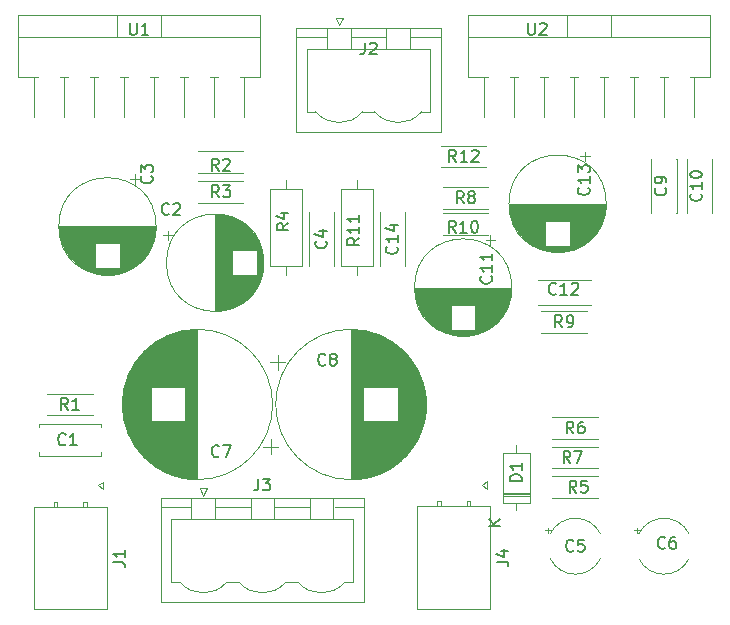
<source format=gbr>
%TF.GenerationSoftware,KiCad,Pcbnew,8.0.1*%
%TF.CreationDate,2024-03-26T18:20:05+01:00*%
%TF.ProjectId,TDA7294V,54444137-3239-4345-962e-6b696361645f,rev?*%
%TF.SameCoordinates,Original*%
%TF.FileFunction,Legend,Top*%
%TF.FilePolarity,Positive*%
%FSLAX46Y46*%
G04 Gerber Fmt 4.6, Leading zero omitted, Abs format (unit mm)*
G04 Created by KiCad (PCBNEW 8.0.1) date 2024-03-26 18:20:05*
%MOMM*%
%LPD*%
G01*
G04 APERTURE LIST*
%ADD10C,0.150000*%
%ADD11C,0.120000*%
G04 APERTURE END LIST*
D10*
X148204819Y-56892857D02*
X147728628Y-57226190D01*
X148204819Y-57464285D02*
X147204819Y-57464285D01*
X147204819Y-57464285D02*
X147204819Y-57083333D01*
X147204819Y-57083333D02*
X147252438Y-56988095D01*
X147252438Y-56988095D02*
X147300057Y-56940476D01*
X147300057Y-56940476D02*
X147395295Y-56892857D01*
X147395295Y-56892857D02*
X147538152Y-56892857D01*
X147538152Y-56892857D02*
X147633390Y-56940476D01*
X147633390Y-56940476D02*
X147681009Y-56988095D01*
X147681009Y-56988095D02*
X147728628Y-57083333D01*
X147728628Y-57083333D02*
X147728628Y-57464285D01*
X148204819Y-55940476D02*
X148204819Y-56511904D01*
X148204819Y-56226190D02*
X147204819Y-56226190D01*
X147204819Y-56226190D02*
X147347676Y-56321428D01*
X147347676Y-56321428D02*
X147442914Y-56416666D01*
X147442914Y-56416666D02*
X147490533Y-56511904D01*
X148204819Y-54988095D02*
X148204819Y-55559523D01*
X148204819Y-55273809D02*
X147204819Y-55273809D01*
X147204819Y-55273809D02*
X147347676Y-55369047D01*
X147347676Y-55369047D02*
X147442914Y-55464285D01*
X147442914Y-55464285D02*
X147490533Y-55559523D01*
X162488095Y-38704819D02*
X162488095Y-39514342D01*
X162488095Y-39514342D02*
X162535714Y-39609580D01*
X162535714Y-39609580D02*
X162583333Y-39657200D01*
X162583333Y-39657200D02*
X162678571Y-39704819D01*
X162678571Y-39704819D02*
X162869047Y-39704819D01*
X162869047Y-39704819D02*
X162964285Y-39657200D01*
X162964285Y-39657200D02*
X163011904Y-39609580D01*
X163011904Y-39609580D02*
X163059523Y-39514342D01*
X163059523Y-39514342D02*
X163059523Y-38704819D01*
X163488095Y-38800057D02*
X163535714Y-38752438D01*
X163535714Y-38752438D02*
X163630952Y-38704819D01*
X163630952Y-38704819D02*
X163869047Y-38704819D01*
X163869047Y-38704819D02*
X163964285Y-38752438D01*
X163964285Y-38752438D02*
X164011904Y-38800057D01*
X164011904Y-38800057D02*
X164059523Y-38895295D01*
X164059523Y-38895295D02*
X164059523Y-38990533D01*
X164059523Y-38990533D02*
X164011904Y-39133390D01*
X164011904Y-39133390D02*
X163440476Y-39704819D01*
X163440476Y-39704819D02*
X164059523Y-39704819D01*
X148666666Y-40354819D02*
X148666666Y-41069104D01*
X148666666Y-41069104D02*
X148619047Y-41211961D01*
X148619047Y-41211961D02*
X148523809Y-41307200D01*
X148523809Y-41307200D02*
X148380952Y-41354819D01*
X148380952Y-41354819D02*
X148285714Y-41354819D01*
X149095238Y-40450057D02*
X149142857Y-40402438D01*
X149142857Y-40402438D02*
X149238095Y-40354819D01*
X149238095Y-40354819D02*
X149476190Y-40354819D01*
X149476190Y-40354819D02*
X149571428Y-40402438D01*
X149571428Y-40402438D02*
X149619047Y-40450057D01*
X149619047Y-40450057D02*
X149666666Y-40545295D01*
X149666666Y-40545295D02*
X149666666Y-40640533D01*
X149666666Y-40640533D02*
X149619047Y-40783390D01*
X149619047Y-40783390D02*
X149047619Y-41354819D01*
X149047619Y-41354819D02*
X149666666Y-41354819D01*
X165373333Y-64454819D02*
X165040000Y-63978628D01*
X164801905Y-64454819D02*
X164801905Y-63454819D01*
X164801905Y-63454819D02*
X165182857Y-63454819D01*
X165182857Y-63454819D02*
X165278095Y-63502438D01*
X165278095Y-63502438D02*
X165325714Y-63550057D01*
X165325714Y-63550057D02*
X165373333Y-63645295D01*
X165373333Y-63645295D02*
X165373333Y-63788152D01*
X165373333Y-63788152D02*
X165325714Y-63883390D01*
X165325714Y-63883390D02*
X165278095Y-63931009D01*
X165278095Y-63931009D02*
X165182857Y-63978628D01*
X165182857Y-63978628D02*
X164801905Y-63978628D01*
X165849524Y-64454819D02*
X166040000Y-64454819D01*
X166040000Y-64454819D02*
X166135238Y-64407200D01*
X166135238Y-64407200D02*
X166182857Y-64359580D01*
X166182857Y-64359580D02*
X166278095Y-64216723D01*
X166278095Y-64216723D02*
X166325714Y-64026247D01*
X166325714Y-64026247D02*
X166325714Y-63645295D01*
X166325714Y-63645295D02*
X166278095Y-63550057D01*
X166278095Y-63550057D02*
X166230476Y-63502438D01*
X166230476Y-63502438D02*
X166135238Y-63454819D01*
X166135238Y-63454819D02*
X165944762Y-63454819D01*
X165944762Y-63454819D02*
X165849524Y-63502438D01*
X165849524Y-63502438D02*
X165801905Y-63550057D01*
X165801905Y-63550057D02*
X165754286Y-63645295D01*
X165754286Y-63645295D02*
X165754286Y-63883390D01*
X165754286Y-63883390D02*
X165801905Y-63978628D01*
X165801905Y-63978628D02*
X165849524Y-64026247D01*
X165849524Y-64026247D02*
X165944762Y-64073866D01*
X165944762Y-64073866D02*
X166135238Y-64073866D01*
X166135238Y-64073866D02*
X166230476Y-64026247D01*
X166230476Y-64026247D02*
X166278095Y-63978628D01*
X166278095Y-63978628D02*
X166325714Y-63883390D01*
X174109580Y-52666666D02*
X174157200Y-52714285D01*
X174157200Y-52714285D02*
X174204819Y-52857142D01*
X174204819Y-52857142D02*
X174204819Y-52952380D01*
X174204819Y-52952380D02*
X174157200Y-53095237D01*
X174157200Y-53095237D02*
X174061961Y-53190475D01*
X174061961Y-53190475D02*
X173966723Y-53238094D01*
X173966723Y-53238094D02*
X173776247Y-53285713D01*
X173776247Y-53285713D02*
X173633390Y-53285713D01*
X173633390Y-53285713D02*
X173442914Y-53238094D01*
X173442914Y-53238094D02*
X173347676Y-53190475D01*
X173347676Y-53190475D02*
X173252438Y-53095237D01*
X173252438Y-53095237D02*
X173204819Y-52952380D01*
X173204819Y-52952380D02*
X173204819Y-52857142D01*
X173204819Y-52857142D02*
X173252438Y-52714285D01*
X173252438Y-52714285D02*
X173300057Y-52666666D01*
X174204819Y-52190475D02*
X174204819Y-51999999D01*
X174204819Y-51999999D02*
X174157200Y-51904761D01*
X174157200Y-51904761D02*
X174109580Y-51857142D01*
X174109580Y-51857142D02*
X173966723Y-51761904D01*
X173966723Y-51761904D02*
X173776247Y-51714285D01*
X173776247Y-51714285D02*
X173395295Y-51714285D01*
X173395295Y-51714285D02*
X173300057Y-51761904D01*
X173300057Y-51761904D02*
X173252438Y-51809523D01*
X173252438Y-51809523D02*
X173204819Y-51904761D01*
X173204819Y-51904761D02*
X173204819Y-52095237D01*
X173204819Y-52095237D02*
X173252438Y-52190475D01*
X173252438Y-52190475D02*
X173300057Y-52238094D01*
X173300057Y-52238094D02*
X173395295Y-52285713D01*
X173395295Y-52285713D02*
X173633390Y-52285713D01*
X173633390Y-52285713D02*
X173728628Y-52238094D01*
X173728628Y-52238094D02*
X173776247Y-52190475D01*
X173776247Y-52190475D02*
X173823866Y-52095237D01*
X173823866Y-52095237D02*
X173823866Y-51904761D01*
X173823866Y-51904761D02*
X173776247Y-51809523D01*
X173776247Y-51809523D02*
X173728628Y-51761904D01*
X173728628Y-51761904D02*
X173633390Y-51714285D01*
X128778095Y-38704819D02*
X128778095Y-39514342D01*
X128778095Y-39514342D02*
X128825714Y-39609580D01*
X128825714Y-39609580D02*
X128873333Y-39657200D01*
X128873333Y-39657200D02*
X128968571Y-39704819D01*
X128968571Y-39704819D02*
X129159047Y-39704819D01*
X129159047Y-39704819D02*
X129254285Y-39657200D01*
X129254285Y-39657200D02*
X129301904Y-39609580D01*
X129301904Y-39609580D02*
X129349523Y-39514342D01*
X129349523Y-39514342D02*
X129349523Y-38704819D01*
X130349523Y-39704819D02*
X129778095Y-39704819D01*
X130063809Y-39704819D02*
X130063809Y-38704819D01*
X130063809Y-38704819D02*
X129968571Y-38847676D01*
X129968571Y-38847676D02*
X129873333Y-38942914D01*
X129873333Y-38942914D02*
X129778095Y-38990533D01*
X161954819Y-77488094D02*
X160954819Y-77488094D01*
X160954819Y-77488094D02*
X160954819Y-77249999D01*
X160954819Y-77249999D02*
X161002438Y-77107142D01*
X161002438Y-77107142D02*
X161097676Y-77011904D01*
X161097676Y-77011904D02*
X161192914Y-76964285D01*
X161192914Y-76964285D02*
X161383390Y-76916666D01*
X161383390Y-76916666D02*
X161526247Y-76916666D01*
X161526247Y-76916666D02*
X161716723Y-76964285D01*
X161716723Y-76964285D02*
X161811961Y-77011904D01*
X161811961Y-77011904D02*
X161907200Y-77107142D01*
X161907200Y-77107142D02*
X161954819Y-77249999D01*
X161954819Y-77249999D02*
X161954819Y-77488094D01*
X161954819Y-75964285D02*
X161954819Y-76535713D01*
X161954819Y-76249999D02*
X160954819Y-76249999D01*
X160954819Y-76249999D02*
X161097676Y-76345237D01*
X161097676Y-76345237D02*
X161192914Y-76440475D01*
X161192914Y-76440475D02*
X161240533Y-76535713D01*
X160154819Y-81261904D02*
X159154819Y-81261904D01*
X160154819Y-80690476D02*
X159583390Y-81119047D01*
X159154819Y-80690476D02*
X159726247Y-81261904D01*
X166083333Y-75954819D02*
X165750000Y-75478628D01*
X165511905Y-75954819D02*
X165511905Y-74954819D01*
X165511905Y-74954819D02*
X165892857Y-74954819D01*
X165892857Y-74954819D02*
X165988095Y-75002438D01*
X165988095Y-75002438D02*
X166035714Y-75050057D01*
X166035714Y-75050057D02*
X166083333Y-75145295D01*
X166083333Y-75145295D02*
X166083333Y-75288152D01*
X166083333Y-75288152D02*
X166035714Y-75383390D01*
X166035714Y-75383390D02*
X165988095Y-75431009D01*
X165988095Y-75431009D02*
X165892857Y-75478628D01*
X165892857Y-75478628D02*
X165511905Y-75478628D01*
X166416667Y-74954819D02*
X167083333Y-74954819D01*
X167083333Y-74954819D02*
X166654762Y-75954819D01*
X123333333Y-74359580D02*
X123285714Y-74407200D01*
X123285714Y-74407200D02*
X123142857Y-74454819D01*
X123142857Y-74454819D02*
X123047619Y-74454819D01*
X123047619Y-74454819D02*
X122904762Y-74407200D01*
X122904762Y-74407200D02*
X122809524Y-74311961D01*
X122809524Y-74311961D02*
X122761905Y-74216723D01*
X122761905Y-74216723D02*
X122714286Y-74026247D01*
X122714286Y-74026247D02*
X122714286Y-73883390D01*
X122714286Y-73883390D02*
X122761905Y-73692914D01*
X122761905Y-73692914D02*
X122809524Y-73597676D01*
X122809524Y-73597676D02*
X122904762Y-73502438D01*
X122904762Y-73502438D02*
X123047619Y-73454819D01*
X123047619Y-73454819D02*
X123142857Y-73454819D01*
X123142857Y-73454819D02*
X123285714Y-73502438D01*
X123285714Y-73502438D02*
X123333333Y-73550057D01*
X124285714Y-74454819D02*
X123714286Y-74454819D01*
X124000000Y-74454819D02*
X124000000Y-73454819D01*
X124000000Y-73454819D02*
X123904762Y-73597676D01*
X123904762Y-73597676D02*
X123809524Y-73692914D01*
X123809524Y-73692914D02*
X123714286Y-73740533D01*
X167609580Y-52642857D02*
X167657200Y-52690476D01*
X167657200Y-52690476D02*
X167704819Y-52833333D01*
X167704819Y-52833333D02*
X167704819Y-52928571D01*
X167704819Y-52928571D02*
X167657200Y-53071428D01*
X167657200Y-53071428D02*
X167561961Y-53166666D01*
X167561961Y-53166666D02*
X167466723Y-53214285D01*
X167466723Y-53214285D02*
X167276247Y-53261904D01*
X167276247Y-53261904D02*
X167133390Y-53261904D01*
X167133390Y-53261904D02*
X166942914Y-53214285D01*
X166942914Y-53214285D02*
X166847676Y-53166666D01*
X166847676Y-53166666D02*
X166752438Y-53071428D01*
X166752438Y-53071428D02*
X166704819Y-52928571D01*
X166704819Y-52928571D02*
X166704819Y-52833333D01*
X166704819Y-52833333D02*
X166752438Y-52690476D01*
X166752438Y-52690476D02*
X166800057Y-52642857D01*
X167704819Y-51690476D02*
X167704819Y-52261904D01*
X167704819Y-51976190D02*
X166704819Y-51976190D01*
X166704819Y-51976190D02*
X166847676Y-52071428D01*
X166847676Y-52071428D02*
X166942914Y-52166666D01*
X166942914Y-52166666D02*
X166990533Y-52261904D01*
X166704819Y-51357142D02*
X166704819Y-50738095D01*
X166704819Y-50738095D02*
X167085771Y-51071428D01*
X167085771Y-51071428D02*
X167085771Y-50928571D01*
X167085771Y-50928571D02*
X167133390Y-50833333D01*
X167133390Y-50833333D02*
X167181009Y-50785714D01*
X167181009Y-50785714D02*
X167276247Y-50738095D01*
X167276247Y-50738095D02*
X167514342Y-50738095D01*
X167514342Y-50738095D02*
X167609580Y-50785714D01*
X167609580Y-50785714D02*
X167657200Y-50833333D01*
X167657200Y-50833333D02*
X167704819Y-50928571D01*
X167704819Y-50928571D02*
X167704819Y-51214285D01*
X167704819Y-51214285D02*
X167657200Y-51309523D01*
X167657200Y-51309523D02*
X167609580Y-51357142D01*
X123543333Y-71454819D02*
X123210000Y-70978628D01*
X122971905Y-71454819D02*
X122971905Y-70454819D01*
X122971905Y-70454819D02*
X123352857Y-70454819D01*
X123352857Y-70454819D02*
X123448095Y-70502438D01*
X123448095Y-70502438D02*
X123495714Y-70550057D01*
X123495714Y-70550057D02*
X123543333Y-70645295D01*
X123543333Y-70645295D02*
X123543333Y-70788152D01*
X123543333Y-70788152D02*
X123495714Y-70883390D01*
X123495714Y-70883390D02*
X123448095Y-70931009D01*
X123448095Y-70931009D02*
X123352857Y-70978628D01*
X123352857Y-70978628D02*
X122971905Y-70978628D01*
X124495714Y-71454819D02*
X123924286Y-71454819D01*
X124210000Y-71454819D02*
X124210000Y-70454819D01*
X124210000Y-70454819D02*
X124114762Y-70597676D01*
X124114762Y-70597676D02*
X124019524Y-70692914D01*
X124019524Y-70692914D02*
X123924286Y-70740533D01*
X156357142Y-56454819D02*
X156023809Y-55978628D01*
X155785714Y-56454819D02*
X155785714Y-55454819D01*
X155785714Y-55454819D02*
X156166666Y-55454819D01*
X156166666Y-55454819D02*
X156261904Y-55502438D01*
X156261904Y-55502438D02*
X156309523Y-55550057D01*
X156309523Y-55550057D02*
X156357142Y-55645295D01*
X156357142Y-55645295D02*
X156357142Y-55788152D01*
X156357142Y-55788152D02*
X156309523Y-55883390D01*
X156309523Y-55883390D02*
X156261904Y-55931009D01*
X156261904Y-55931009D02*
X156166666Y-55978628D01*
X156166666Y-55978628D02*
X155785714Y-55978628D01*
X157309523Y-56454819D02*
X156738095Y-56454819D01*
X157023809Y-56454819D02*
X157023809Y-55454819D01*
X157023809Y-55454819D02*
X156928571Y-55597676D01*
X156928571Y-55597676D02*
X156833333Y-55692914D01*
X156833333Y-55692914D02*
X156738095Y-55740533D01*
X157928571Y-55454819D02*
X158023809Y-55454819D01*
X158023809Y-55454819D02*
X158119047Y-55502438D01*
X158119047Y-55502438D02*
X158166666Y-55550057D01*
X158166666Y-55550057D02*
X158214285Y-55645295D01*
X158214285Y-55645295D02*
X158261904Y-55835771D01*
X158261904Y-55835771D02*
X158261904Y-56073866D01*
X158261904Y-56073866D02*
X158214285Y-56264342D01*
X158214285Y-56264342D02*
X158166666Y-56359580D01*
X158166666Y-56359580D02*
X158119047Y-56407200D01*
X158119047Y-56407200D02*
X158023809Y-56454819D01*
X158023809Y-56454819D02*
X157928571Y-56454819D01*
X157928571Y-56454819D02*
X157833333Y-56407200D01*
X157833333Y-56407200D02*
X157785714Y-56359580D01*
X157785714Y-56359580D02*
X157738095Y-56264342D01*
X157738095Y-56264342D02*
X157690476Y-56073866D01*
X157690476Y-56073866D02*
X157690476Y-55835771D01*
X157690476Y-55835771D02*
X157738095Y-55645295D01*
X157738095Y-55645295D02*
X157785714Y-55550057D01*
X157785714Y-55550057D02*
X157833333Y-55502438D01*
X157833333Y-55502438D02*
X157928571Y-55454819D01*
X166333333Y-73454819D02*
X166000000Y-72978628D01*
X165761905Y-73454819D02*
X165761905Y-72454819D01*
X165761905Y-72454819D02*
X166142857Y-72454819D01*
X166142857Y-72454819D02*
X166238095Y-72502438D01*
X166238095Y-72502438D02*
X166285714Y-72550057D01*
X166285714Y-72550057D02*
X166333333Y-72645295D01*
X166333333Y-72645295D02*
X166333333Y-72788152D01*
X166333333Y-72788152D02*
X166285714Y-72883390D01*
X166285714Y-72883390D02*
X166238095Y-72931009D01*
X166238095Y-72931009D02*
X166142857Y-72978628D01*
X166142857Y-72978628D02*
X165761905Y-72978628D01*
X167190476Y-72454819D02*
X167000000Y-72454819D01*
X167000000Y-72454819D02*
X166904762Y-72502438D01*
X166904762Y-72502438D02*
X166857143Y-72550057D01*
X166857143Y-72550057D02*
X166761905Y-72692914D01*
X166761905Y-72692914D02*
X166714286Y-72883390D01*
X166714286Y-72883390D02*
X166714286Y-73264342D01*
X166714286Y-73264342D02*
X166761905Y-73359580D01*
X166761905Y-73359580D02*
X166809524Y-73407200D01*
X166809524Y-73407200D02*
X166904762Y-73454819D01*
X166904762Y-73454819D02*
X167095238Y-73454819D01*
X167095238Y-73454819D02*
X167190476Y-73407200D01*
X167190476Y-73407200D02*
X167238095Y-73359580D01*
X167238095Y-73359580D02*
X167285714Y-73264342D01*
X167285714Y-73264342D02*
X167285714Y-73026247D01*
X167285714Y-73026247D02*
X167238095Y-72931009D01*
X167238095Y-72931009D02*
X167190476Y-72883390D01*
X167190476Y-72883390D02*
X167095238Y-72835771D01*
X167095238Y-72835771D02*
X166904762Y-72835771D01*
X166904762Y-72835771D02*
X166809524Y-72883390D01*
X166809524Y-72883390D02*
X166761905Y-72931009D01*
X166761905Y-72931009D02*
X166714286Y-73026247D01*
X166583333Y-78454819D02*
X166250000Y-77978628D01*
X166011905Y-78454819D02*
X166011905Y-77454819D01*
X166011905Y-77454819D02*
X166392857Y-77454819D01*
X166392857Y-77454819D02*
X166488095Y-77502438D01*
X166488095Y-77502438D02*
X166535714Y-77550057D01*
X166535714Y-77550057D02*
X166583333Y-77645295D01*
X166583333Y-77645295D02*
X166583333Y-77788152D01*
X166583333Y-77788152D02*
X166535714Y-77883390D01*
X166535714Y-77883390D02*
X166488095Y-77931009D01*
X166488095Y-77931009D02*
X166392857Y-77978628D01*
X166392857Y-77978628D02*
X166011905Y-77978628D01*
X167488095Y-77454819D02*
X167011905Y-77454819D01*
X167011905Y-77454819D02*
X166964286Y-77931009D01*
X166964286Y-77931009D02*
X167011905Y-77883390D01*
X167011905Y-77883390D02*
X167107143Y-77835771D01*
X167107143Y-77835771D02*
X167345238Y-77835771D01*
X167345238Y-77835771D02*
X167440476Y-77883390D01*
X167440476Y-77883390D02*
X167488095Y-77931009D01*
X167488095Y-77931009D02*
X167535714Y-78026247D01*
X167535714Y-78026247D02*
X167535714Y-78264342D01*
X167535714Y-78264342D02*
X167488095Y-78359580D01*
X167488095Y-78359580D02*
X167440476Y-78407200D01*
X167440476Y-78407200D02*
X167345238Y-78454819D01*
X167345238Y-78454819D02*
X167107143Y-78454819D01*
X167107143Y-78454819D02*
X167011905Y-78407200D01*
X167011905Y-78407200D02*
X166964286Y-78359580D01*
X145333333Y-67609580D02*
X145285714Y-67657200D01*
X145285714Y-67657200D02*
X145142857Y-67704819D01*
X145142857Y-67704819D02*
X145047619Y-67704819D01*
X145047619Y-67704819D02*
X144904762Y-67657200D01*
X144904762Y-67657200D02*
X144809524Y-67561961D01*
X144809524Y-67561961D02*
X144761905Y-67466723D01*
X144761905Y-67466723D02*
X144714286Y-67276247D01*
X144714286Y-67276247D02*
X144714286Y-67133390D01*
X144714286Y-67133390D02*
X144761905Y-66942914D01*
X144761905Y-66942914D02*
X144809524Y-66847676D01*
X144809524Y-66847676D02*
X144904762Y-66752438D01*
X144904762Y-66752438D02*
X145047619Y-66704819D01*
X145047619Y-66704819D02*
X145142857Y-66704819D01*
X145142857Y-66704819D02*
X145285714Y-66752438D01*
X145285714Y-66752438D02*
X145333333Y-66800057D01*
X145904762Y-67133390D02*
X145809524Y-67085771D01*
X145809524Y-67085771D02*
X145761905Y-67038152D01*
X145761905Y-67038152D02*
X145714286Y-66942914D01*
X145714286Y-66942914D02*
X145714286Y-66895295D01*
X145714286Y-66895295D02*
X145761905Y-66800057D01*
X145761905Y-66800057D02*
X145809524Y-66752438D01*
X145809524Y-66752438D02*
X145904762Y-66704819D01*
X145904762Y-66704819D02*
X146095238Y-66704819D01*
X146095238Y-66704819D02*
X146190476Y-66752438D01*
X146190476Y-66752438D02*
X146238095Y-66800057D01*
X146238095Y-66800057D02*
X146285714Y-66895295D01*
X146285714Y-66895295D02*
X146285714Y-66942914D01*
X146285714Y-66942914D02*
X146238095Y-67038152D01*
X146238095Y-67038152D02*
X146190476Y-67085771D01*
X146190476Y-67085771D02*
X146095238Y-67133390D01*
X146095238Y-67133390D02*
X145904762Y-67133390D01*
X145904762Y-67133390D02*
X145809524Y-67181009D01*
X145809524Y-67181009D02*
X145761905Y-67228628D01*
X145761905Y-67228628D02*
X145714286Y-67323866D01*
X145714286Y-67323866D02*
X145714286Y-67514342D01*
X145714286Y-67514342D02*
X145761905Y-67609580D01*
X145761905Y-67609580D02*
X145809524Y-67657200D01*
X145809524Y-67657200D02*
X145904762Y-67704819D01*
X145904762Y-67704819D02*
X146095238Y-67704819D01*
X146095238Y-67704819D02*
X146190476Y-67657200D01*
X146190476Y-67657200D02*
X146238095Y-67609580D01*
X146238095Y-67609580D02*
X146285714Y-67514342D01*
X146285714Y-67514342D02*
X146285714Y-67323866D01*
X146285714Y-67323866D02*
X146238095Y-67228628D01*
X146238095Y-67228628D02*
X146190476Y-67181009D01*
X146190476Y-67181009D02*
X146095238Y-67133390D01*
X145359580Y-57166666D02*
X145407200Y-57214285D01*
X145407200Y-57214285D02*
X145454819Y-57357142D01*
X145454819Y-57357142D02*
X145454819Y-57452380D01*
X145454819Y-57452380D02*
X145407200Y-57595237D01*
X145407200Y-57595237D02*
X145311961Y-57690475D01*
X145311961Y-57690475D02*
X145216723Y-57738094D01*
X145216723Y-57738094D02*
X145026247Y-57785713D01*
X145026247Y-57785713D02*
X144883390Y-57785713D01*
X144883390Y-57785713D02*
X144692914Y-57738094D01*
X144692914Y-57738094D02*
X144597676Y-57690475D01*
X144597676Y-57690475D02*
X144502438Y-57595237D01*
X144502438Y-57595237D02*
X144454819Y-57452380D01*
X144454819Y-57452380D02*
X144454819Y-57357142D01*
X144454819Y-57357142D02*
X144502438Y-57214285D01*
X144502438Y-57214285D02*
X144550057Y-57166666D01*
X144788152Y-56309523D02*
X145454819Y-56309523D01*
X144407200Y-56547618D02*
X145121485Y-56785713D01*
X145121485Y-56785713D02*
X145121485Y-56166666D01*
X156397142Y-50454819D02*
X156063809Y-49978628D01*
X155825714Y-50454819D02*
X155825714Y-49454819D01*
X155825714Y-49454819D02*
X156206666Y-49454819D01*
X156206666Y-49454819D02*
X156301904Y-49502438D01*
X156301904Y-49502438D02*
X156349523Y-49550057D01*
X156349523Y-49550057D02*
X156397142Y-49645295D01*
X156397142Y-49645295D02*
X156397142Y-49788152D01*
X156397142Y-49788152D02*
X156349523Y-49883390D01*
X156349523Y-49883390D02*
X156301904Y-49931009D01*
X156301904Y-49931009D02*
X156206666Y-49978628D01*
X156206666Y-49978628D02*
X155825714Y-49978628D01*
X157349523Y-50454819D02*
X156778095Y-50454819D01*
X157063809Y-50454819D02*
X157063809Y-49454819D01*
X157063809Y-49454819D02*
X156968571Y-49597676D01*
X156968571Y-49597676D02*
X156873333Y-49692914D01*
X156873333Y-49692914D02*
X156778095Y-49740533D01*
X157730476Y-49550057D02*
X157778095Y-49502438D01*
X157778095Y-49502438D02*
X157873333Y-49454819D01*
X157873333Y-49454819D02*
X158111428Y-49454819D01*
X158111428Y-49454819D02*
X158206666Y-49502438D01*
X158206666Y-49502438D02*
X158254285Y-49550057D01*
X158254285Y-49550057D02*
X158301904Y-49645295D01*
X158301904Y-49645295D02*
X158301904Y-49740533D01*
X158301904Y-49740533D02*
X158254285Y-49883390D01*
X158254285Y-49883390D02*
X157682857Y-50454819D01*
X157682857Y-50454819D02*
X158301904Y-50454819D01*
X159359580Y-60142857D02*
X159407200Y-60190476D01*
X159407200Y-60190476D02*
X159454819Y-60333333D01*
X159454819Y-60333333D02*
X159454819Y-60428571D01*
X159454819Y-60428571D02*
X159407200Y-60571428D01*
X159407200Y-60571428D02*
X159311961Y-60666666D01*
X159311961Y-60666666D02*
X159216723Y-60714285D01*
X159216723Y-60714285D02*
X159026247Y-60761904D01*
X159026247Y-60761904D02*
X158883390Y-60761904D01*
X158883390Y-60761904D02*
X158692914Y-60714285D01*
X158692914Y-60714285D02*
X158597676Y-60666666D01*
X158597676Y-60666666D02*
X158502438Y-60571428D01*
X158502438Y-60571428D02*
X158454819Y-60428571D01*
X158454819Y-60428571D02*
X158454819Y-60333333D01*
X158454819Y-60333333D02*
X158502438Y-60190476D01*
X158502438Y-60190476D02*
X158550057Y-60142857D01*
X159454819Y-59190476D02*
X159454819Y-59761904D01*
X159454819Y-59476190D02*
X158454819Y-59476190D01*
X158454819Y-59476190D02*
X158597676Y-59571428D01*
X158597676Y-59571428D02*
X158692914Y-59666666D01*
X158692914Y-59666666D02*
X158740533Y-59761904D01*
X159454819Y-58238095D02*
X159454819Y-58809523D01*
X159454819Y-58523809D02*
X158454819Y-58523809D01*
X158454819Y-58523809D02*
X158597676Y-58619047D01*
X158597676Y-58619047D02*
X158692914Y-58714285D01*
X158692914Y-58714285D02*
X158740533Y-58809523D01*
X136333333Y-53454819D02*
X136000000Y-52978628D01*
X135761905Y-53454819D02*
X135761905Y-52454819D01*
X135761905Y-52454819D02*
X136142857Y-52454819D01*
X136142857Y-52454819D02*
X136238095Y-52502438D01*
X136238095Y-52502438D02*
X136285714Y-52550057D01*
X136285714Y-52550057D02*
X136333333Y-52645295D01*
X136333333Y-52645295D02*
X136333333Y-52788152D01*
X136333333Y-52788152D02*
X136285714Y-52883390D01*
X136285714Y-52883390D02*
X136238095Y-52931009D01*
X136238095Y-52931009D02*
X136142857Y-52978628D01*
X136142857Y-52978628D02*
X135761905Y-52978628D01*
X136666667Y-52454819D02*
X137285714Y-52454819D01*
X137285714Y-52454819D02*
X136952381Y-52835771D01*
X136952381Y-52835771D02*
X137095238Y-52835771D01*
X137095238Y-52835771D02*
X137190476Y-52883390D01*
X137190476Y-52883390D02*
X137238095Y-52931009D01*
X137238095Y-52931009D02*
X137285714Y-53026247D01*
X137285714Y-53026247D02*
X137285714Y-53264342D01*
X137285714Y-53264342D02*
X137238095Y-53359580D01*
X137238095Y-53359580D02*
X137190476Y-53407200D01*
X137190476Y-53407200D02*
X137095238Y-53454819D01*
X137095238Y-53454819D02*
X136809524Y-53454819D01*
X136809524Y-53454819D02*
X136714286Y-53407200D01*
X136714286Y-53407200D02*
X136666667Y-53359580D01*
X132083333Y-54859580D02*
X132035714Y-54907200D01*
X132035714Y-54907200D02*
X131892857Y-54954819D01*
X131892857Y-54954819D02*
X131797619Y-54954819D01*
X131797619Y-54954819D02*
X131654762Y-54907200D01*
X131654762Y-54907200D02*
X131559524Y-54811961D01*
X131559524Y-54811961D02*
X131511905Y-54716723D01*
X131511905Y-54716723D02*
X131464286Y-54526247D01*
X131464286Y-54526247D02*
X131464286Y-54383390D01*
X131464286Y-54383390D02*
X131511905Y-54192914D01*
X131511905Y-54192914D02*
X131559524Y-54097676D01*
X131559524Y-54097676D02*
X131654762Y-54002438D01*
X131654762Y-54002438D02*
X131797619Y-53954819D01*
X131797619Y-53954819D02*
X131892857Y-53954819D01*
X131892857Y-53954819D02*
X132035714Y-54002438D01*
X132035714Y-54002438D02*
X132083333Y-54050057D01*
X132464286Y-54050057D02*
X132511905Y-54002438D01*
X132511905Y-54002438D02*
X132607143Y-53954819D01*
X132607143Y-53954819D02*
X132845238Y-53954819D01*
X132845238Y-53954819D02*
X132940476Y-54002438D01*
X132940476Y-54002438D02*
X132988095Y-54050057D01*
X132988095Y-54050057D02*
X133035714Y-54145295D01*
X133035714Y-54145295D02*
X133035714Y-54240533D01*
X133035714Y-54240533D02*
X132988095Y-54383390D01*
X132988095Y-54383390D02*
X132416667Y-54954819D01*
X132416667Y-54954819D02*
X133035714Y-54954819D01*
X136293333Y-51204819D02*
X135960000Y-50728628D01*
X135721905Y-51204819D02*
X135721905Y-50204819D01*
X135721905Y-50204819D02*
X136102857Y-50204819D01*
X136102857Y-50204819D02*
X136198095Y-50252438D01*
X136198095Y-50252438D02*
X136245714Y-50300057D01*
X136245714Y-50300057D02*
X136293333Y-50395295D01*
X136293333Y-50395295D02*
X136293333Y-50538152D01*
X136293333Y-50538152D02*
X136245714Y-50633390D01*
X136245714Y-50633390D02*
X136198095Y-50681009D01*
X136198095Y-50681009D02*
X136102857Y-50728628D01*
X136102857Y-50728628D02*
X135721905Y-50728628D01*
X136674286Y-50300057D02*
X136721905Y-50252438D01*
X136721905Y-50252438D02*
X136817143Y-50204819D01*
X136817143Y-50204819D02*
X137055238Y-50204819D01*
X137055238Y-50204819D02*
X137150476Y-50252438D01*
X137150476Y-50252438D02*
X137198095Y-50300057D01*
X137198095Y-50300057D02*
X137245714Y-50395295D01*
X137245714Y-50395295D02*
X137245714Y-50490533D01*
X137245714Y-50490533D02*
X137198095Y-50633390D01*
X137198095Y-50633390D02*
X136626667Y-51204819D01*
X136626667Y-51204819D02*
X137245714Y-51204819D01*
X130609580Y-51666666D02*
X130657200Y-51714285D01*
X130657200Y-51714285D02*
X130704819Y-51857142D01*
X130704819Y-51857142D02*
X130704819Y-51952380D01*
X130704819Y-51952380D02*
X130657200Y-52095237D01*
X130657200Y-52095237D02*
X130561961Y-52190475D01*
X130561961Y-52190475D02*
X130466723Y-52238094D01*
X130466723Y-52238094D02*
X130276247Y-52285713D01*
X130276247Y-52285713D02*
X130133390Y-52285713D01*
X130133390Y-52285713D02*
X129942914Y-52238094D01*
X129942914Y-52238094D02*
X129847676Y-52190475D01*
X129847676Y-52190475D02*
X129752438Y-52095237D01*
X129752438Y-52095237D02*
X129704819Y-51952380D01*
X129704819Y-51952380D02*
X129704819Y-51857142D01*
X129704819Y-51857142D02*
X129752438Y-51714285D01*
X129752438Y-51714285D02*
X129800057Y-51666666D01*
X129704819Y-51333332D02*
X129704819Y-50714285D01*
X129704819Y-50714285D02*
X130085771Y-51047618D01*
X130085771Y-51047618D02*
X130085771Y-50904761D01*
X130085771Y-50904761D02*
X130133390Y-50809523D01*
X130133390Y-50809523D02*
X130181009Y-50761904D01*
X130181009Y-50761904D02*
X130276247Y-50714285D01*
X130276247Y-50714285D02*
X130514342Y-50714285D01*
X130514342Y-50714285D02*
X130609580Y-50761904D01*
X130609580Y-50761904D02*
X130657200Y-50809523D01*
X130657200Y-50809523D02*
X130704819Y-50904761D01*
X130704819Y-50904761D02*
X130704819Y-51190475D01*
X130704819Y-51190475D02*
X130657200Y-51285713D01*
X130657200Y-51285713D02*
X130609580Y-51333332D01*
X139666666Y-77274819D02*
X139666666Y-77989104D01*
X139666666Y-77989104D02*
X139619047Y-78131961D01*
X139619047Y-78131961D02*
X139523809Y-78227200D01*
X139523809Y-78227200D02*
X139380952Y-78274819D01*
X139380952Y-78274819D02*
X139285714Y-78274819D01*
X140047619Y-77274819D02*
X140666666Y-77274819D01*
X140666666Y-77274819D02*
X140333333Y-77655771D01*
X140333333Y-77655771D02*
X140476190Y-77655771D01*
X140476190Y-77655771D02*
X140571428Y-77703390D01*
X140571428Y-77703390D02*
X140619047Y-77751009D01*
X140619047Y-77751009D02*
X140666666Y-77846247D01*
X140666666Y-77846247D02*
X140666666Y-78084342D01*
X140666666Y-78084342D02*
X140619047Y-78179580D01*
X140619047Y-78179580D02*
X140571428Y-78227200D01*
X140571428Y-78227200D02*
X140476190Y-78274819D01*
X140476190Y-78274819D02*
X140190476Y-78274819D01*
X140190476Y-78274819D02*
X140095238Y-78227200D01*
X140095238Y-78227200D02*
X140047619Y-78179580D01*
X151359580Y-57642857D02*
X151407200Y-57690476D01*
X151407200Y-57690476D02*
X151454819Y-57833333D01*
X151454819Y-57833333D02*
X151454819Y-57928571D01*
X151454819Y-57928571D02*
X151407200Y-58071428D01*
X151407200Y-58071428D02*
X151311961Y-58166666D01*
X151311961Y-58166666D02*
X151216723Y-58214285D01*
X151216723Y-58214285D02*
X151026247Y-58261904D01*
X151026247Y-58261904D02*
X150883390Y-58261904D01*
X150883390Y-58261904D02*
X150692914Y-58214285D01*
X150692914Y-58214285D02*
X150597676Y-58166666D01*
X150597676Y-58166666D02*
X150502438Y-58071428D01*
X150502438Y-58071428D02*
X150454819Y-57928571D01*
X150454819Y-57928571D02*
X150454819Y-57833333D01*
X150454819Y-57833333D02*
X150502438Y-57690476D01*
X150502438Y-57690476D02*
X150550057Y-57642857D01*
X151454819Y-56690476D02*
X151454819Y-57261904D01*
X151454819Y-56976190D02*
X150454819Y-56976190D01*
X150454819Y-56976190D02*
X150597676Y-57071428D01*
X150597676Y-57071428D02*
X150692914Y-57166666D01*
X150692914Y-57166666D02*
X150740533Y-57261904D01*
X150788152Y-55833333D02*
X151454819Y-55833333D01*
X150407200Y-56071428D02*
X151121485Y-56309523D01*
X151121485Y-56309523D02*
X151121485Y-55690476D01*
X136333333Y-75359580D02*
X136285714Y-75407200D01*
X136285714Y-75407200D02*
X136142857Y-75454819D01*
X136142857Y-75454819D02*
X136047619Y-75454819D01*
X136047619Y-75454819D02*
X135904762Y-75407200D01*
X135904762Y-75407200D02*
X135809524Y-75311961D01*
X135809524Y-75311961D02*
X135761905Y-75216723D01*
X135761905Y-75216723D02*
X135714286Y-75026247D01*
X135714286Y-75026247D02*
X135714286Y-74883390D01*
X135714286Y-74883390D02*
X135761905Y-74692914D01*
X135761905Y-74692914D02*
X135809524Y-74597676D01*
X135809524Y-74597676D02*
X135904762Y-74502438D01*
X135904762Y-74502438D02*
X136047619Y-74454819D01*
X136047619Y-74454819D02*
X136142857Y-74454819D01*
X136142857Y-74454819D02*
X136285714Y-74502438D01*
X136285714Y-74502438D02*
X136333333Y-74550057D01*
X136666667Y-74454819D02*
X137333333Y-74454819D01*
X137333333Y-74454819D02*
X136904762Y-75454819D01*
X159834819Y-84303333D02*
X160549104Y-84303333D01*
X160549104Y-84303333D02*
X160691961Y-84350952D01*
X160691961Y-84350952D02*
X160787200Y-84446190D01*
X160787200Y-84446190D02*
X160834819Y-84589047D01*
X160834819Y-84589047D02*
X160834819Y-84684285D01*
X160168152Y-83398571D02*
X160834819Y-83398571D01*
X159787200Y-83636666D02*
X160501485Y-83874761D01*
X160501485Y-83874761D02*
X160501485Y-83255714D01*
X174083333Y-83109580D02*
X174035714Y-83157200D01*
X174035714Y-83157200D02*
X173892857Y-83204819D01*
X173892857Y-83204819D02*
X173797619Y-83204819D01*
X173797619Y-83204819D02*
X173654762Y-83157200D01*
X173654762Y-83157200D02*
X173559524Y-83061961D01*
X173559524Y-83061961D02*
X173511905Y-82966723D01*
X173511905Y-82966723D02*
X173464286Y-82776247D01*
X173464286Y-82776247D02*
X173464286Y-82633390D01*
X173464286Y-82633390D02*
X173511905Y-82442914D01*
X173511905Y-82442914D02*
X173559524Y-82347676D01*
X173559524Y-82347676D02*
X173654762Y-82252438D01*
X173654762Y-82252438D02*
X173797619Y-82204819D01*
X173797619Y-82204819D02*
X173892857Y-82204819D01*
X173892857Y-82204819D02*
X174035714Y-82252438D01*
X174035714Y-82252438D02*
X174083333Y-82300057D01*
X174940476Y-82204819D02*
X174750000Y-82204819D01*
X174750000Y-82204819D02*
X174654762Y-82252438D01*
X174654762Y-82252438D02*
X174607143Y-82300057D01*
X174607143Y-82300057D02*
X174511905Y-82442914D01*
X174511905Y-82442914D02*
X174464286Y-82633390D01*
X174464286Y-82633390D02*
X174464286Y-83014342D01*
X174464286Y-83014342D02*
X174511905Y-83109580D01*
X174511905Y-83109580D02*
X174559524Y-83157200D01*
X174559524Y-83157200D02*
X174654762Y-83204819D01*
X174654762Y-83204819D02*
X174845238Y-83204819D01*
X174845238Y-83204819D02*
X174940476Y-83157200D01*
X174940476Y-83157200D02*
X174988095Y-83109580D01*
X174988095Y-83109580D02*
X175035714Y-83014342D01*
X175035714Y-83014342D02*
X175035714Y-82776247D01*
X175035714Y-82776247D02*
X174988095Y-82681009D01*
X174988095Y-82681009D02*
X174940476Y-82633390D01*
X174940476Y-82633390D02*
X174845238Y-82585771D01*
X174845238Y-82585771D02*
X174654762Y-82585771D01*
X174654762Y-82585771D02*
X174559524Y-82633390D01*
X174559524Y-82633390D02*
X174511905Y-82681009D01*
X174511905Y-82681009D02*
X174464286Y-82776247D01*
X127374819Y-84343333D02*
X128089104Y-84343333D01*
X128089104Y-84343333D02*
X128231961Y-84390952D01*
X128231961Y-84390952D02*
X128327200Y-84486190D01*
X128327200Y-84486190D02*
X128374819Y-84629047D01*
X128374819Y-84629047D02*
X128374819Y-84724285D01*
X128374819Y-83343333D02*
X128374819Y-83914761D01*
X128374819Y-83629047D02*
X127374819Y-83629047D01*
X127374819Y-83629047D02*
X127517676Y-83724285D01*
X127517676Y-83724285D02*
X127612914Y-83819523D01*
X127612914Y-83819523D02*
X127660533Y-83914761D01*
X177109580Y-53142857D02*
X177157200Y-53190476D01*
X177157200Y-53190476D02*
X177204819Y-53333333D01*
X177204819Y-53333333D02*
X177204819Y-53428571D01*
X177204819Y-53428571D02*
X177157200Y-53571428D01*
X177157200Y-53571428D02*
X177061961Y-53666666D01*
X177061961Y-53666666D02*
X176966723Y-53714285D01*
X176966723Y-53714285D02*
X176776247Y-53761904D01*
X176776247Y-53761904D02*
X176633390Y-53761904D01*
X176633390Y-53761904D02*
X176442914Y-53714285D01*
X176442914Y-53714285D02*
X176347676Y-53666666D01*
X176347676Y-53666666D02*
X176252438Y-53571428D01*
X176252438Y-53571428D02*
X176204819Y-53428571D01*
X176204819Y-53428571D02*
X176204819Y-53333333D01*
X176204819Y-53333333D02*
X176252438Y-53190476D01*
X176252438Y-53190476D02*
X176300057Y-53142857D01*
X177204819Y-52190476D02*
X177204819Y-52761904D01*
X177204819Y-52476190D02*
X176204819Y-52476190D01*
X176204819Y-52476190D02*
X176347676Y-52571428D01*
X176347676Y-52571428D02*
X176442914Y-52666666D01*
X176442914Y-52666666D02*
X176490533Y-52761904D01*
X176204819Y-51571428D02*
X176204819Y-51476190D01*
X176204819Y-51476190D02*
X176252438Y-51380952D01*
X176252438Y-51380952D02*
X176300057Y-51333333D01*
X176300057Y-51333333D02*
X176395295Y-51285714D01*
X176395295Y-51285714D02*
X176585771Y-51238095D01*
X176585771Y-51238095D02*
X176823866Y-51238095D01*
X176823866Y-51238095D02*
X177014342Y-51285714D01*
X177014342Y-51285714D02*
X177109580Y-51333333D01*
X177109580Y-51333333D02*
X177157200Y-51380952D01*
X177157200Y-51380952D02*
X177204819Y-51476190D01*
X177204819Y-51476190D02*
X177204819Y-51571428D01*
X177204819Y-51571428D02*
X177157200Y-51666666D01*
X177157200Y-51666666D02*
X177109580Y-51714285D01*
X177109580Y-51714285D02*
X177014342Y-51761904D01*
X177014342Y-51761904D02*
X176823866Y-51809523D01*
X176823866Y-51809523D02*
X176585771Y-51809523D01*
X176585771Y-51809523D02*
X176395295Y-51761904D01*
X176395295Y-51761904D02*
X176300057Y-51714285D01*
X176300057Y-51714285D02*
X176252438Y-51666666D01*
X176252438Y-51666666D02*
X176204819Y-51571428D01*
X142204819Y-55666666D02*
X141728628Y-55999999D01*
X142204819Y-56238094D02*
X141204819Y-56238094D01*
X141204819Y-56238094D02*
X141204819Y-55857142D01*
X141204819Y-55857142D02*
X141252438Y-55761904D01*
X141252438Y-55761904D02*
X141300057Y-55714285D01*
X141300057Y-55714285D02*
X141395295Y-55666666D01*
X141395295Y-55666666D02*
X141538152Y-55666666D01*
X141538152Y-55666666D02*
X141633390Y-55714285D01*
X141633390Y-55714285D02*
X141681009Y-55761904D01*
X141681009Y-55761904D02*
X141728628Y-55857142D01*
X141728628Y-55857142D02*
X141728628Y-56238094D01*
X141538152Y-54809523D02*
X142204819Y-54809523D01*
X141157200Y-55047618D02*
X141871485Y-55285713D01*
X141871485Y-55285713D02*
X141871485Y-54666666D01*
X166333333Y-83359580D02*
X166285714Y-83407200D01*
X166285714Y-83407200D02*
X166142857Y-83454819D01*
X166142857Y-83454819D02*
X166047619Y-83454819D01*
X166047619Y-83454819D02*
X165904762Y-83407200D01*
X165904762Y-83407200D02*
X165809524Y-83311961D01*
X165809524Y-83311961D02*
X165761905Y-83216723D01*
X165761905Y-83216723D02*
X165714286Y-83026247D01*
X165714286Y-83026247D02*
X165714286Y-82883390D01*
X165714286Y-82883390D02*
X165761905Y-82692914D01*
X165761905Y-82692914D02*
X165809524Y-82597676D01*
X165809524Y-82597676D02*
X165904762Y-82502438D01*
X165904762Y-82502438D02*
X166047619Y-82454819D01*
X166047619Y-82454819D02*
X166142857Y-82454819D01*
X166142857Y-82454819D02*
X166285714Y-82502438D01*
X166285714Y-82502438D02*
X166333333Y-82550057D01*
X167238095Y-82454819D02*
X166761905Y-82454819D01*
X166761905Y-82454819D02*
X166714286Y-82931009D01*
X166714286Y-82931009D02*
X166761905Y-82883390D01*
X166761905Y-82883390D02*
X166857143Y-82835771D01*
X166857143Y-82835771D02*
X167095238Y-82835771D01*
X167095238Y-82835771D02*
X167190476Y-82883390D01*
X167190476Y-82883390D02*
X167238095Y-82931009D01*
X167238095Y-82931009D02*
X167285714Y-83026247D01*
X167285714Y-83026247D02*
X167285714Y-83264342D01*
X167285714Y-83264342D02*
X167238095Y-83359580D01*
X167238095Y-83359580D02*
X167190476Y-83407200D01*
X167190476Y-83407200D02*
X167095238Y-83454819D01*
X167095238Y-83454819D02*
X166857143Y-83454819D01*
X166857143Y-83454819D02*
X166761905Y-83407200D01*
X166761905Y-83407200D02*
X166714286Y-83359580D01*
X157043333Y-53954819D02*
X156710000Y-53478628D01*
X156471905Y-53954819D02*
X156471905Y-52954819D01*
X156471905Y-52954819D02*
X156852857Y-52954819D01*
X156852857Y-52954819D02*
X156948095Y-53002438D01*
X156948095Y-53002438D02*
X156995714Y-53050057D01*
X156995714Y-53050057D02*
X157043333Y-53145295D01*
X157043333Y-53145295D02*
X157043333Y-53288152D01*
X157043333Y-53288152D02*
X156995714Y-53383390D01*
X156995714Y-53383390D02*
X156948095Y-53431009D01*
X156948095Y-53431009D02*
X156852857Y-53478628D01*
X156852857Y-53478628D02*
X156471905Y-53478628D01*
X157614762Y-53383390D02*
X157519524Y-53335771D01*
X157519524Y-53335771D02*
X157471905Y-53288152D01*
X157471905Y-53288152D02*
X157424286Y-53192914D01*
X157424286Y-53192914D02*
X157424286Y-53145295D01*
X157424286Y-53145295D02*
X157471905Y-53050057D01*
X157471905Y-53050057D02*
X157519524Y-53002438D01*
X157519524Y-53002438D02*
X157614762Y-52954819D01*
X157614762Y-52954819D02*
X157805238Y-52954819D01*
X157805238Y-52954819D02*
X157900476Y-53002438D01*
X157900476Y-53002438D02*
X157948095Y-53050057D01*
X157948095Y-53050057D02*
X157995714Y-53145295D01*
X157995714Y-53145295D02*
X157995714Y-53192914D01*
X157995714Y-53192914D02*
X157948095Y-53288152D01*
X157948095Y-53288152D02*
X157900476Y-53335771D01*
X157900476Y-53335771D02*
X157805238Y-53383390D01*
X157805238Y-53383390D02*
X157614762Y-53383390D01*
X157614762Y-53383390D02*
X157519524Y-53431009D01*
X157519524Y-53431009D02*
X157471905Y-53478628D01*
X157471905Y-53478628D02*
X157424286Y-53573866D01*
X157424286Y-53573866D02*
X157424286Y-53764342D01*
X157424286Y-53764342D02*
X157471905Y-53859580D01*
X157471905Y-53859580D02*
X157519524Y-53907200D01*
X157519524Y-53907200D02*
X157614762Y-53954819D01*
X157614762Y-53954819D02*
X157805238Y-53954819D01*
X157805238Y-53954819D02*
X157900476Y-53907200D01*
X157900476Y-53907200D02*
X157948095Y-53859580D01*
X157948095Y-53859580D02*
X157995714Y-53764342D01*
X157995714Y-53764342D02*
X157995714Y-53573866D01*
X157995714Y-53573866D02*
X157948095Y-53478628D01*
X157948095Y-53478628D02*
X157900476Y-53431009D01*
X157900476Y-53431009D02*
X157805238Y-53383390D01*
X164857142Y-61609580D02*
X164809523Y-61657200D01*
X164809523Y-61657200D02*
X164666666Y-61704819D01*
X164666666Y-61704819D02*
X164571428Y-61704819D01*
X164571428Y-61704819D02*
X164428571Y-61657200D01*
X164428571Y-61657200D02*
X164333333Y-61561961D01*
X164333333Y-61561961D02*
X164285714Y-61466723D01*
X164285714Y-61466723D02*
X164238095Y-61276247D01*
X164238095Y-61276247D02*
X164238095Y-61133390D01*
X164238095Y-61133390D02*
X164285714Y-60942914D01*
X164285714Y-60942914D02*
X164333333Y-60847676D01*
X164333333Y-60847676D02*
X164428571Y-60752438D01*
X164428571Y-60752438D02*
X164571428Y-60704819D01*
X164571428Y-60704819D02*
X164666666Y-60704819D01*
X164666666Y-60704819D02*
X164809523Y-60752438D01*
X164809523Y-60752438D02*
X164857142Y-60800057D01*
X165809523Y-61704819D02*
X165238095Y-61704819D01*
X165523809Y-61704819D02*
X165523809Y-60704819D01*
X165523809Y-60704819D02*
X165428571Y-60847676D01*
X165428571Y-60847676D02*
X165333333Y-60942914D01*
X165333333Y-60942914D02*
X165238095Y-60990533D01*
X166190476Y-60800057D02*
X166238095Y-60752438D01*
X166238095Y-60752438D02*
X166333333Y-60704819D01*
X166333333Y-60704819D02*
X166571428Y-60704819D01*
X166571428Y-60704819D02*
X166666666Y-60752438D01*
X166666666Y-60752438D02*
X166714285Y-60800057D01*
X166714285Y-60800057D02*
X166761904Y-60895295D01*
X166761904Y-60895295D02*
X166761904Y-60990533D01*
X166761904Y-60990533D02*
X166714285Y-61133390D01*
X166714285Y-61133390D02*
X166142857Y-61704819D01*
X166142857Y-61704819D02*
X166761904Y-61704819D01*
D11*
%TO.C,R11*%
X148000000Y-51960000D02*
X148000000Y-52730000D01*
X149370000Y-52730000D02*
X146630000Y-52730000D01*
X146630000Y-52730000D02*
X146630000Y-59270000D01*
X149370000Y-59270000D02*
X149370000Y-52730000D01*
X146630000Y-59270000D02*
X149370000Y-59270000D01*
X148000000Y-60040000D02*
X148000000Y-59270000D01*
%TO.C,U2*%
X157420000Y-38052000D02*
X157420000Y-43293000D01*
X157420000Y-38052000D02*
X177860000Y-38052000D01*
X157420000Y-39892000D02*
X177860000Y-39892000D01*
X157420000Y-43293000D02*
X159096000Y-43293000D01*
X158750000Y-43293000D02*
X158750000Y-46702000D01*
X160945000Y-43293000D02*
X161636000Y-43293000D01*
X161290000Y-43293000D02*
X161290000Y-46687000D01*
X163485000Y-43293000D02*
X164176000Y-43293000D01*
X163830000Y-43293000D02*
X163830000Y-46687000D01*
X165791000Y-38052000D02*
X165791000Y-39892000D01*
X166025000Y-43293000D02*
X166716000Y-43293000D01*
X166370000Y-43293000D02*
X166370000Y-46687000D01*
X168565000Y-43293000D02*
X169256000Y-43293000D01*
X168910000Y-43293000D02*
X168910000Y-46687000D01*
X169490000Y-38052000D02*
X169490000Y-39892000D01*
X171105000Y-43293000D02*
X171796000Y-43293000D01*
X171450000Y-43293000D02*
X171450000Y-46687000D01*
X173645000Y-43293000D02*
X174336000Y-43293000D01*
X173990000Y-43293000D02*
X173990000Y-46687000D01*
X176185000Y-43293000D02*
X177860000Y-43293000D01*
X176530000Y-43293000D02*
X176530000Y-46687000D01*
X177860000Y-38052000D02*
X177860000Y-43293000D01*
%TO.C,J2*%
X142890000Y-39090000D02*
X142890000Y-47910000D01*
X142890000Y-39900000D02*
X145390000Y-39900000D01*
X142890000Y-47910000D02*
X155110000Y-47910000D01*
X143800000Y-40900000D02*
X154200000Y-40900000D01*
X143800000Y-46200000D02*
X143800000Y-40900000D01*
X144500000Y-46200000D02*
X143800000Y-46200000D01*
X145500000Y-39090000D02*
X147500000Y-39090000D01*
X145500000Y-40900000D02*
X145500000Y-39090000D01*
X146200000Y-38290000D02*
X146800000Y-38290000D01*
X146500000Y-38890000D02*
X146200000Y-38290000D01*
X146800000Y-38290000D02*
X146500000Y-38890000D01*
X147500000Y-39090000D02*
X147500000Y-40900000D01*
X147500000Y-39900000D02*
X150500000Y-39900000D01*
X147500000Y-40900000D02*
X145500000Y-40900000D01*
X148500000Y-46200000D02*
X149500000Y-46200000D01*
X150500000Y-39090000D02*
X152500000Y-39090000D01*
X150500000Y-40900000D02*
X150500000Y-39090000D01*
X152500000Y-39090000D02*
X152500000Y-40900000D01*
X152500000Y-40900000D02*
X150500000Y-40900000D01*
X154200000Y-40900000D02*
X154200000Y-46200000D01*
X154200000Y-46200000D02*
X153500000Y-46200000D01*
X155110000Y-39090000D02*
X142890000Y-39090000D01*
X155110000Y-39900000D02*
X152610000Y-39900000D01*
X155110000Y-47910000D02*
X155110000Y-39090000D01*
X148486842Y-46215821D02*
G75*
G02*
X144500000Y-46200000I-1986842J1665821D01*
G01*
X153486842Y-46215821D02*
G75*
G02*
X149500000Y-46200000I-1986842J1665821D01*
G01*
%TO.C,R9*%
X167460000Y-64920000D02*
X163620000Y-64920000D01*
X167460000Y-63080000D02*
X163620000Y-63080000D01*
%TO.C,C9*%
X172930000Y-54770000D02*
X172945000Y-54770000D01*
X172930000Y-54770000D02*
X172930000Y-50230000D01*
X175055000Y-54770000D02*
X175070000Y-54770000D01*
X175070000Y-54770000D02*
X175070000Y-50230000D01*
X172930000Y-50230000D02*
X172945000Y-50230000D01*
X175055000Y-50230000D02*
X175070000Y-50230000D01*
%TO.C,U1*%
X119320000Y-38052000D02*
X119320000Y-43293000D01*
X119320000Y-38052000D02*
X139760000Y-38052000D01*
X119320000Y-39892000D02*
X139760000Y-39892000D01*
X119320000Y-43293000D02*
X120996000Y-43293000D01*
X120650000Y-43293000D02*
X120650000Y-46702000D01*
X122845000Y-43293000D02*
X123536000Y-43293000D01*
X123190000Y-43293000D02*
X123190000Y-46687000D01*
X125385000Y-43293000D02*
X126076000Y-43293000D01*
X125730000Y-43293000D02*
X125730000Y-46687000D01*
X127691000Y-38052000D02*
X127691000Y-39892000D01*
X127925000Y-43293000D02*
X128616000Y-43293000D01*
X128270000Y-43293000D02*
X128270000Y-46687000D01*
X130465000Y-43293000D02*
X131156000Y-43293000D01*
X130810000Y-43293000D02*
X130810000Y-46687000D01*
X131390000Y-38052000D02*
X131390000Y-39892000D01*
X133005000Y-43293000D02*
X133696000Y-43293000D01*
X133350000Y-43293000D02*
X133350000Y-46687000D01*
X135545000Y-43293000D02*
X136236000Y-43293000D01*
X135890000Y-43293000D02*
X135890000Y-46687000D01*
X138085000Y-43293000D02*
X139760000Y-43293000D01*
X138430000Y-43293000D02*
X138430000Y-46687000D01*
X139760000Y-38052000D02*
X139760000Y-43293000D01*
%TO.C,D1*%
X161500000Y-79960000D02*
X161500000Y-79310000D01*
X160380000Y-79310000D02*
X162620000Y-79310000D01*
X162620000Y-79310000D02*
X162620000Y-75070000D01*
X160380000Y-78710000D02*
X162620000Y-78710000D01*
X160380000Y-78590000D02*
X162620000Y-78590000D01*
X160380000Y-78470000D02*
X162620000Y-78470000D01*
X160380000Y-75070000D02*
X160380000Y-79310000D01*
X162620000Y-75070000D02*
X160380000Y-75070000D01*
X161500000Y-74420000D02*
X161500000Y-75070000D01*
%TO.C,R7*%
X164540000Y-74580000D02*
X168380000Y-74580000D01*
X164540000Y-76420000D02*
X168380000Y-76420000D01*
%TO.C,C1*%
X126370000Y-75370000D02*
X126370000Y-75055000D01*
X126370000Y-75370000D02*
X121130000Y-75370000D01*
X126370000Y-72945000D02*
X126370000Y-72630000D01*
X126370000Y-72630000D02*
X121130000Y-72630000D01*
X121130000Y-75370000D02*
X121130000Y-75055000D01*
X121130000Y-72945000D02*
X121130000Y-72630000D01*
%TO.C,C13*%
X167315000Y-49590302D02*
X167315000Y-50390302D01*
X167715000Y-49990302D02*
X166915000Y-49990302D01*
X169080000Y-54000000D02*
X160920000Y-54000000D01*
X169080000Y-54040000D02*
X160920000Y-54040000D01*
X169080000Y-54080000D02*
X160920000Y-54080000D01*
X169079000Y-54120000D02*
X160921000Y-54120000D01*
X169077000Y-54160000D02*
X160923000Y-54160000D01*
X169076000Y-54200000D02*
X160924000Y-54200000D01*
X169074000Y-54240000D02*
X160926000Y-54240000D01*
X169071000Y-54280000D02*
X160929000Y-54280000D01*
X169068000Y-54320000D02*
X160932000Y-54320000D01*
X169065000Y-54360000D02*
X160935000Y-54360000D01*
X169061000Y-54400000D02*
X160939000Y-54400000D01*
X169057000Y-54440000D02*
X160943000Y-54440000D01*
X169052000Y-54480000D02*
X160948000Y-54480000D01*
X169048000Y-54520000D02*
X160952000Y-54520000D01*
X169042000Y-54560000D02*
X160958000Y-54560000D01*
X169037000Y-54600000D02*
X160963000Y-54600000D01*
X169030000Y-54640000D02*
X160970000Y-54640000D01*
X169024000Y-54680000D02*
X160976000Y-54680000D01*
X169017000Y-54721000D02*
X160983000Y-54721000D01*
X169010000Y-54761000D02*
X160990000Y-54761000D01*
X169002000Y-54801000D02*
X160998000Y-54801000D01*
X168994000Y-54841000D02*
X161006000Y-54841000D01*
X168985000Y-54881000D02*
X161015000Y-54881000D01*
X168976000Y-54921000D02*
X161024000Y-54921000D01*
X168967000Y-54961000D02*
X161033000Y-54961000D01*
X168957000Y-55001000D02*
X161043000Y-55001000D01*
X168947000Y-55041000D02*
X161053000Y-55041000D01*
X168936000Y-55081000D02*
X161064000Y-55081000D01*
X168925000Y-55121000D02*
X161075000Y-55121000D01*
X168914000Y-55161000D02*
X161086000Y-55161000D01*
X168902000Y-55201000D02*
X161098000Y-55201000D01*
X168889000Y-55241000D02*
X161111000Y-55241000D01*
X168877000Y-55281000D02*
X161123000Y-55281000D01*
X168863000Y-55321000D02*
X161137000Y-55321000D01*
X168850000Y-55361000D02*
X161150000Y-55361000D01*
X168835000Y-55401000D02*
X161165000Y-55401000D01*
X168821000Y-55441000D02*
X161179000Y-55441000D01*
X168805000Y-55481000D02*
X166040000Y-55481000D01*
X163960000Y-55481000D02*
X161195000Y-55481000D01*
X168790000Y-55521000D02*
X166040000Y-55521000D01*
X163960000Y-55521000D02*
X161210000Y-55521000D01*
X168774000Y-55561000D02*
X166040000Y-55561000D01*
X163960000Y-55561000D02*
X161226000Y-55561000D01*
X168757000Y-55601000D02*
X166040000Y-55601000D01*
X163960000Y-55601000D02*
X161243000Y-55601000D01*
X168740000Y-55641000D02*
X166040000Y-55641000D01*
X163960000Y-55641000D02*
X161260000Y-55641000D01*
X168722000Y-55681000D02*
X166040000Y-55681000D01*
X163960000Y-55681000D02*
X161278000Y-55681000D01*
X168704000Y-55721000D02*
X166040000Y-55721000D01*
X163960000Y-55721000D02*
X161296000Y-55721000D01*
X168686000Y-55761000D02*
X166040000Y-55761000D01*
X163960000Y-55761000D02*
X161314000Y-55761000D01*
X168666000Y-55801000D02*
X166040000Y-55801000D01*
X163960000Y-55801000D02*
X161334000Y-55801000D01*
X168647000Y-55841000D02*
X166040000Y-55841000D01*
X163960000Y-55841000D02*
X161353000Y-55841000D01*
X168627000Y-55881000D02*
X166040000Y-55881000D01*
X163960000Y-55881000D02*
X161373000Y-55881000D01*
X168606000Y-55921000D02*
X166040000Y-55921000D01*
X163960000Y-55921000D02*
X161394000Y-55921000D01*
X168584000Y-55961000D02*
X166040000Y-55961000D01*
X163960000Y-55961000D02*
X161416000Y-55961000D01*
X168562000Y-56001000D02*
X166040000Y-56001000D01*
X163960000Y-56001000D02*
X161438000Y-56001000D01*
X168540000Y-56041000D02*
X166040000Y-56041000D01*
X163960000Y-56041000D02*
X161460000Y-56041000D01*
X168517000Y-56081000D02*
X166040000Y-56081000D01*
X163960000Y-56081000D02*
X161483000Y-56081000D01*
X168493000Y-56121000D02*
X166040000Y-56121000D01*
X163960000Y-56121000D02*
X161507000Y-56121000D01*
X168469000Y-56161000D02*
X166040000Y-56161000D01*
X163960000Y-56161000D02*
X161531000Y-56161000D01*
X168444000Y-56201000D02*
X166040000Y-56201000D01*
X163960000Y-56201000D02*
X161556000Y-56201000D01*
X168418000Y-56241000D02*
X166040000Y-56241000D01*
X163960000Y-56241000D02*
X161582000Y-56241000D01*
X168392000Y-56281000D02*
X166040000Y-56281000D01*
X163960000Y-56281000D02*
X161608000Y-56281000D01*
X168365000Y-56321000D02*
X166040000Y-56321000D01*
X163960000Y-56321000D02*
X161635000Y-56321000D01*
X168338000Y-56361000D02*
X166040000Y-56361000D01*
X163960000Y-56361000D02*
X161662000Y-56361000D01*
X168309000Y-56401000D02*
X166040000Y-56401000D01*
X163960000Y-56401000D02*
X161691000Y-56401000D01*
X168280000Y-56441000D02*
X166040000Y-56441000D01*
X163960000Y-56441000D02*
X161720000Y-56441000D01*
X168250000Y-56481000D02*
X166040000Y-56481000D01*
X163960000Y-56481000D02*
X161750000Y-56481000D01*
X168220000Y-56521000D02*
X166040000Y-56521000D01*
X163960000Y-56521000D02*
X161780000Y-56521000D01*
X168189000Y-56561000D02*
X166040000Y-56561000D01*
X163960000Y-56561000D02*
X161811000Y-56561000D01*
X168156000Y-56601000D02*
X166040000Y-56601000D01*
X163960000Y-56601000D02*
X161844000Y-56601000D01*
X168124000Y-56641000D02*
X166040000Y-56641000D01*
X163960000Y-56641000D02*
X161876000Y-56641000D01*
X168090000Y-56681000D02*
X166040000Y-56681000D01*
X163960000Y-56681000D02*
X161910000Y-56681000D01*
X168055000Y-56721000D02*
X166040000Y-56721000D01*
X163960000Y-56721000D02*
X161945000Y-56721000D01*
X168019000Y-56761000D02*
X166040000Y-56761000D01*
X163960000Y-56761000D02*
X161981000Y-56761000D01*
X167983000Y-56801000D02*
X166040000Y-56801000D01*
X163960000Y-56801000D02*
X162017000Y-56801000D01*
X167945000Y-56841000D02*
X166040000Y-56841000D01*
X163960000Y-56841000D02*
X162055000Y-56841000D01*
X167907000Y-56881000D02*
X166040000Y-56881000D01*
X163960000Y-56881000D02*
X162093000Y-56881000D01*
X167867000Y-56921000D02*
X166040000Y-56921000D01*
X163960000Y-56921000D02*
X162133000Y-56921000D01*
X167826000Y-56961000D02*
X166040000Y-56961000D01*
X163960000Y-56961000D02*
X162174000Y-56961000D01*
X167784000Y-57001000D02*
X166040000Y-57001000D01*
X163960000Y-57001000D02*
X162216000Y-57001000D01*
X167741000Y-57041000D02*
X166040000Y-57041000D01*
X163960000Y-57041000D02*
X162259000Y-57041000D01*
X167697000Y-57081000D02*
X166040000Y-57081000D01*
X163960000Y-57081000D02*
X162303000Y-57081000D01*
X167651000Y-57121000D02*
X166040000Y-57121000D01*
X163960000Y-57121000D02*
X162349000Y-57121000D01*
X167604000Y-57161000D02*
X166040000Y-57161000D01*
X163960000Y-57161000D02*
X162396000Y-57161000D01*
X167556000Y-57201000D02*
X166040000Y-57201000D01*
X163960000Y-57201000D02*
X162444000Y-57201000D01*
X167505000Y-57241000D02*
X166040000Y-57241000D01*
X163960000Y-57241000D02*
X162495000Y-57241000D01*
X167454000Y-57281000D02*
X166040000Y-57281000D01*
X163960000Y-57281000D02*
X162546000Y-57281000D01*
X167400000Y-57321000D02*
X166040000Y-57321000D01*
X163960000Y-57321000D02*
X162600000Y-57321000D01*
X167345000Y-57361000D02*
X166040000Y-57361000D01*
X163960000Y-57361000D02*
X162655000Y-57361000D01*
X167287000Y-57401000D02*
X166040000Y-57401000D01*
X163960000Y-57401000D02*
X162713000Y-57401000D01*
X167228000Y-57441000D02*
X166040000Y-57441000D01*
X163960000Y-57441000D02*
X162772000Y-57441000D01*
X167166000Y-57481000D02*
X166040000Y-57481000D01*
X163960000Y-57481000D02*
X162834000Y-57481000D01*
X167102000Y-57521000D02*
X166040000Y-57521000D01*
X163960000Y-57521000D02*
X162898000Y-57521000D01*
X167034000Y-57561000D02*
X162966000Y-57561000D01*
X166964000Y-57601000D02*
X163036000Y-57601000D01*
X166890000Y-57641000D02*
X163110000Y-57641000D01*
X166813000Y-57681000D02*
X163187000Y-57681000D01*
X166731000Y-57721000D02*
X163269000Y-57721000D01*
X166645000Y-57761000D02*
X163355000Y-57761000D01*
X166552000Y-57801000D02*
X163448000Y-57801000D01*
X166453000Y-57841000D02*
X163547000Y-57841000D01*
X166346000Y-57881000D02*
X163654000Y-57881000D01*
X166229000Y-57921000D02*
X163771000Y-57921000D01*
X166098000Y-57961000D02*
X163902000Y-57961000D01*
X165948000Y-58001000D02*
X164052000Y-58001000D01*
X165768000Y-58041000D02*
X164232000Y-58041000D01*
X165533000Y-58081000D02*
X164467000Y-58081000D01*
X169120000Y-54000000D02*
G75*
G02*
X160880000Y-54000000I-4120000J0D01*
G01*
X160880000Y-54000000D02*
G75*
G02*
X169120000Y-54000000I4120000J0D01*
G01*
%TO.C,R1*%
X121790000Y-70080000D02*
X125630000Y-70080000D01*
X121790000Y-71920000D02*
X125630000Y-71920000D01*
%TO.C,R10*%
X159130000Y-56670000D02*
X155290000Y-56670000D01*
X159130000Y-54830000D02*
X155290000Y-54830000D01*
%TO.C,R6*%
X164540000Y-72080000D02*
X168380000Y-72080000D01*
X164540000Y-73920000D02*
X168380000Y-73920000D01*
%TO.C,R5*%
X164540000Y-77080000D02*
X168380000Y-77080000D01*
X164540000Y-78920000D02*
X168380000Y-78920000D01*
%TO.C,C8*%
X140682918Y-67425000D02*
X141932918Y-67425000D01*
X141307918Y-66800000D02*
X141307918Y-68050000D01*
X147500000Y-64670000D02*
X147500000Y-77330000D01*
X147540000Y-64670000D02*
X147540000Y-77330000D01*
X147580000Y-64670000D02*
X147580000Y-77330000D01*
X147620000Y-64671000D02*
X147620000Y-77329000D01*
X147660000Y-64672000D02*
X147660000Y-77328000D01*
X147700000Y-64673000D02*
X147700000Y-77327000D01*
X147740000Y-64674000D02*
X147740000Y-77326000D01*
X147780000Y-64676000D02*
X147780000Y-77324000D01*
X147820000Y-64678000D02*
X147820000Y-77322000D01*
X147860000Y-64680000D02*
X147860000Y-77320000D01*
X147900000Y-64682000D02*
X147900000Y-77318000D01*
X147940000Y-64685000D02*
X147940000Y-77315000D01*
X147980000Y-64688000D02*
X147980000Y-77312000D01*
X148020000Y-64691000D02*
X148020000Y-77309000D01*
X148060000Y-64694000D02*
X148060000Y-77306000D01*
X148100000Y-64698000D02*
X148100000Y-77302000D01*
X148140000Y-64702000D02*
X148140000Y-77298000D01*
X148180000Y-64706000D02*
X148180000Y-77294000D01*
X148221000Y-64710000D02*
X148221000Y-77290000D01*
X148261000Y-64715000D02*
X148261000Y-77285000D01*
X148301000Y-64720000D02*
X148301000Y-77280000D01*
X148341000Y-64725000D02*
X148341000Y-77275000D01*
X148381000Y-64731000D02*
X148381000Y-77269000D01*
X148421000Y-64736000D02*
X148421000Y-77264000D01*
X148461000Y-64742000D02*
X148461000Y-77258000D01*
X148501000Y-64748000D02*
X148501000Y-77252000D01*
X148541000Y-64755000D02*
X148541000Y-77245000D01*
X148581000Y-64762000D02*
X148581000Y-69560000D01*
X148581000Y-72440000D02*
X148581000Y-77238000D01*
X148621000Y-64769000D02*
X148621000Y-69560000D01*
X148621000Y-72440000D02*
X148621000Y-77231000D01*
X148661000Y-64776000D02*
X148661000Y-69560000D01*
X148661000Y-72440000D02*
X148661000Y-77224000D01*
X148701000Y-64784000D02*
X148701000Y-69560000D01*
X148701000Y-72440000D02*
X148701000Y-77216000D01*
X148741000Y-64791000D02*
X148741000Y-69560000D01*
X148741000Y-72440000D02*
X148741000Y-77209000D01*
X148781000Y-64799000D02*
X148781000Y-69560000D01*
X148781000Y-72440000D02*
X148781000Y-77201000D01*
X148821000Y-64808000D02*
X148821000Y-69560000D01*
X148821000Y-72440000D02*
X148821000Y-77192000D01*
X148861000Y-64816000D02*
X148861000Y-69560000D01*
X148861000Y-72440000D02*
X148861000Y-77184000D01*
X148901000Y-64825000D02*
X148901000Y-69560000D01*
X148901000Y-72440000D02*
X148901000Y-77175000D01*
X148941000Y-64834000D02*
X148941000Y-69560000D01*
X148941000Y-72440000D02*
X148941000Y-77166000D01*
X148981000Y-64844000D02*
X148981000Y-69560000D01*
X148981000Y-72440000D02*
X148981000Y-77156000D01*
X149021000Y-64854000D02*
X149021000Y-69560000D01*
X149021000Y-72440000D02*
X149021000Y-77146000D01*
X149061000Y-64863000D02*
X149061000Y-69560000D01*
X149061000Y-72440000D02*
X149061000Y-77137000D01*
X149101000Y-64874000D02*
X149101000Y-69560000D01*
X149101000Y-72440000D02*
X149101000Y-77126000D01*
X149141000Y-64884000D02*
X149141000Y-69560000D01*
X149141000Y-72440000D02*
X149141000Y-77116000D01*
X149181000Y-64895000D02*
X149181000Y-69560000D01*
X149181000Y-72440000D02*
X149181000Y-77105000D01*
X149221000Y-64906000D02*
X149221000Y-69560000D01*
X149221000Y-72440000D02*
X149221000Y-77094000D01*
X149261000Y-64917000D02*
X149261000Y-69560000D01*
X149261000Y-72440000D02*
X149261000Y-77083000D01*
X149301000Y-64929000D02*
X149301000Y-69560000D01*
X149301000Y-72440000D02*
X149301000Y-77071000D01*
X149341000Y-64941000D02*
X149341000Y-69560000D01*
X149341000Y-72440000D02*
X149341000Y-77059000D01*
X149381000Y-64953000D02*
X149381000Y-69560000D01*
X149381000Y-72440000D02*
X149381000Y-77047000D01*
X149421000Y-64966000D02*
X149421000Y-69560000D01*
X149421000Y-72440000D02*
X149421000Y-77034000D01*
X149461000Y-64979000D02*
X149461000Y-69560000D01*
X149461000Y-72440000D02*
X149461000Y-77021000D01*
X149501000Y-64992000D02*
X149501000Y-69560000D01*
X149501000Y-72440000D02*
X149501000Y-77008000D01*
X149541000Y-65005000D02*
X149541000Y-69560000D01*
X149541000Y-72440000D02*
X149541000Y-76995000D01*
X149581000Y-65019000D02*
X149581000Y-69560000D01*
X149581000Y-72440000D02*
X149581000Y-76981000D01*
X149621000Y-65033000D02*
X149621000Y-69560000D01*
X149621000Y-72440000D02*
X149621000Y-76967000D01*
X149661000Y-65047000D02*
X149661000Y-69560000D01*
X149661000Y-72440000D02*
X149661000Y-76953000D01*
X149701000Y-65061000D02*
X149701000Y-69560000D01*
X149701000Y-72440000D02*
X149701000Y-76939000D01*
X149741000Y-65076000D02*
X149741000Y-69560000D01*
X149741000Y-72440000D02*
X149741000Y-76924000D01*
X149781000Y-65092000D02*
X149781000Y-69560000D01*
X149781000Y-72440000D02*
X149781000Y-76908000D01*
X149821000Y-65107000D02*
X149821000Y-69560000D01*
X149821000Y-72440000D02*
X149821000Y-76893000D01*
X149861000Y-65123000D02*
X149861000Y-69560000D01*
X149861000Y-72440000D02*
X149861000Y-76877000D01*
X149901000Y-65139000D02*
X149901000Y-69560000D01*
X149901000Y-72440000D02*
X149901000Y-76861000D01*
X149941000Y-65155000D02*
X149941000Y-69560000D01*
X149941000Y-72440000D02*
X149941000Y-76845000D01*
X149981000Y-65172000D02*
X149981000Y-69560000D01*
X149981000Y-72440000D02*
X149981000Y-76828000D01*
X150021000Y-65189000D02*
X150021000Y-69560000D01*
X150021000Y-72440000D02*
X150021000Y-76811000D01*
X150061000Y-65207000D02*
X150061000Y-69560000D01*
X150061000Y-72440000D02*
X150061000Y-76793000D01*
X150101000Y-65224000D02*
X150101000Y-69560000D01*
X150101000Y-72440000D02*
X150101000Y-76776000D01*
X150141000Y-65242000D02*
X150141000Y-69560000D01*
X150141000Y-72440000D02*
X150141000Y-76758000D01*
X150181000Y-65261000D02*
X150181000Y-69560000D01*
X150181000Y-72440000D02*
X150181000Y-76739000D01*
X150221000Y-65279000D02*
X150221000Y-69560000D01*
X150221000Y-72440000D02*
X150221000Y-76721000D01*
X150261000Y-65298000D02*
X150261000Y-69560000D01*
X150261000Y-72440000D02*
X150261000Y-76702000D01*
X150301000Y-65318000D02*
X150301000Y-69560000D01*
X150301000Y-72440000D02*
X150301000Y-76682000D01*
X150341000Y-65338000D02*
X150341000Y-69560000D01*
X150341000Y-72440000D02*
X150341000Y-76662000D01*
X150381000Y-65358000D02*
X150381000Y-69560000D01*
X150381000Y-72440000D02*
X150381000Y-76642000D01*
X150421000Y-65378000D02*
X150421000Y-69560000D01*
X150421000Y-72440000D02*
X150421000Y-76622000D01*
X150461000Y-65399000D02*
X150461000Y-69560000D01*
X150461000Y-72440000D02*
X150461000Y-76601000D01*
X150501000Y-65420000D02*
X150501000Y-69560000D01*
X150501000Y-72440000D02*
X150501000Y-76580000D01*
X150541000Y-65442000D02*
X150541000Y-69560000D01*
X150541000Y-72440000D02*
X150541000Y-76558000D01*
X150581000Y-65464000D02*
X150581000Y-69560000D01*
X150581000Y-72440000D02*
X150581000Y-76536000D01*
X150621000Y-65486000D02*
X150621000Y-69560000D01*
X150621000Y-72440000D02*
X150621000Y-76514000D01*
X150661000Y-65509000D02*
X150661000Y-69560000D01*
X150661000Y-72440000D02*
X150661000Y-76491000D01*
X150701000Y-65532000D02*
X150701000Y-69560000D01*
X150701000Y-72440000D02*
X150701000Y-76468000D01*
X150741000Y-65555000D02*
X150741000Y-69560000D01*
X150741000Y-72440000D02*
X150741000Y-76445000D01*
X150781000Y-65579000D02*
X150781000Y-69560000D01*
X150781000Y-72440000D02*
X150781000Y-76421000D01*
X150821000Y-65603000D02*
X150821000Y-69560000D01*
X150821000Y-72440000D02*
X150821000Y-76397000D01*
X150861000Y-65628000D02*
X150861000Y-69560000D01*
X150861000Y-72440000D02*
X150861000Y-76372000D01*
X150901000Y-65653000D02*
X150901000Y-69560000D01*
X150901000Y-72440000D02*
X150901000Y-76347000D01*
X150941000Y-65678000D02*
X150941000Y-69560000D01*
X150941000Y-72440000D02*
X150941000Y-76322000D01*
X150981000Y-65704000D02*
X150981000Y-69560000D01*
X150981000Y-72440000D02*
X150981000Y-76296000D01*
X151021000Y-65730000D02*
X151021000Y-69560000D01*
X151021000Y-72440000D02*
X151021000Y-76270000D01*
X151061000Y-65757000D02*
X151061000Y-69560000D01*
X151061000Y-72440000D02*
X151061000Y-76243000D01*
X151101000Y-65784000D02*
X151101000Y-69560000D01*
X151101000Y-72440000D02*
X151101000Y-76216000D01*
X151141000Y-65812000D02*
X151141000Y-69560000D01*
X151141000Y-72440000D02*
X151141000Y-76188000D01*
X151181000Y-65840000D02*
X151181000Y-69560000D01*
X151181000Y-72440000D02*
X151181000Y-76160000D01*
X151221000Y-65869000D02*
X151221000Y-69560000D01*
X151221000Y-72440000D02*
X151221000Y-76131000D01*
X151261000Y-65898000D02*
X151261000Y-69560000D01*
X151261000Y-72440000D02*
X151261000Y-76102000D01*
X151301000Y-65927000D02*
X151301000Y-69560000D01*
X151301000Y-72440000D02*
X151301000Y-76073000D01*
X151341000Y-65957000D02*
X151341000Y-69560000D01*
X151341000Y-72440000D02*
X151341000Y-76043000D01*
X151381000Y-65988000D02*
X151381000Y-69560000D01*
X151381000Y-72440000D02*
X151381000Y-76012000D01*
X151421000Y-66018000D02*
X151421000Y-69560000D01*
X151421000Y-72440000D02*
X151421000Y-75982000D01*
X151461000Y-66050000D02*
X151461000Y-75950000D01*
X151501000Y-66082000D02*
X151501000Y-75918000D01*
X151541000Y-66115000D02*
X151541000Y-75885000D01*
X151581000Y-66148000D02*
X151581000Y-75852000D01*
X151621000Y-66181000D02*
X151621000Y-75819000D01*
X151661000Y-66215000D02*
X151661000Y-75785000D01*
X151701000Y-66250000D02*
X151701000Y-75750000D01*
X151741000Y-66286000D02*
X151741000Y-75714000D01*
X151781000Y-66322000D02*
X151781000Y-75678000D01*
X151821000Y-66358000D02*
X151821000Y-75642000D01*
X151861000Y-66395000D02*
X151861000Y-75605000D01*
X151901000Y-66433000D02*
X151901000Y-75567000D01*
X151941000Y-66472000D02*
X151941000Y-75528000D01*
X151981000Y-66511000D02*
X151981000Y-75489000D01*
X152021000Y-66551000D02*
X152021000Y-75449000D01*
X152061000Y-66592000D02*
X152061000Y-75408000D01*
X152101000Y-66633000D02*
X152101000Y-75367000D01*
X152141000Y-66675000D02*
X152141000Y-75325000D01*
X152181000Y-66718000D02*
X152181000Y-75282000D01*
X152221000Y-66762000D02*
X152221000Y-75238000D01*
X152261000Y-66806000D02*
X152261000Y-75194000D01*
X152301000Y-66852000D02*
X152301000Y-75148000D01*
X152341000Y-66898000D02*
X152341000Y-75102000D01*
X152381000Y-66945000D02*
X152381000Y-75055000D01*
X152421000Y-66993000D02*
X152421000Y-75007000D01*
X152461000Y-67043000D02*
X152461000Y-74957000D01*
X152501000Y-67093000D02*
X152501000Y-74907000D01*
X152541000Y-67144000D02*
X152541000Y-74856000D01*
X152581000Y-67196000D02*
X152581000Y-74804000D01*
X152621000Y-67250000D02*
X152621000Y-74750000D01*
X152661000Y-67304000D02*
X152661000Y-74696000D01*
X152701000Y-67360000D02*
X152701000Y-74640000D01*
X152741000Y-67417000D02*
X152741000Y-74583000D01*
X152781000Y-67476000D02*
X152781000Y-74524000D01*
X152821000Y-67536000D02*
X152821000Y-74464000D01*
X152861000Y-67598000D02*
X152861000Y-74402000D01*
X152901000Y-67661000D02*
X152901000Y-74339000D01*
X152941000Y-67725000D02*
X152941000Y-74275000D01*
X152981000Y-67792000D02*
X152981000Y-74208000D01*
X153021000Y-67860000D02*
X153021000Y-74140000D01*
X153061000Y-67931000D02*
X153061000Y-74069000D01*
X153101000Y-68004000D02*
X153101000Y-73996000D01*
X153141000Y-68079000D02*
X153141000Y-73921000D01*
X153181000Y-68156000D02*
X153181000Y-73844000D01*
X153221000Y-68236000D02*
X153221000Y-73764000D01*
X153261000Y-68319000D02*
X153261000Y-73681000D01*
X153301000Y-68406000D02*
X153301000Y-73594000D01*
X153341000Y-68496000D02*
X153341000Y-73504000D01*
X153381000Y-68590000D02*
X153381000Y-73410000D01*
X153421000Y-68688000D02*
X153421000Y-73312000D01*
X153461000Y-68791000D02*
X153461000Y-73209000D01*
X153501000Y-68900000D02*
X153501000Y-73100000D01*
X153541000Y-69016000D02*
X153541000Y-72984000D01*
X153581000Y-69139000D02*
X153581000Y-72861000D01*
X153621000Y-69272000D02*
X153621000Y-72728000D01*
X153661000Y-69417000D02*
X153661000Y-72583000D01*
X153701000Y-69578000D02*
X153701000Y-72422000D01*
X153741000Y-69759000D02*
X153741000Y-72241000D01*
X153781000Y-69972000D02*
X153781000Y-72028000D01*
X153821000Y-70243000D02*
X153821000Y-71757000D01*
X153861000Y-70683000D02*
X153861000Y-71317000D01*
X153870000Y-71000000D02*
G75*
G02*
X141130000Y-71000000I-6370000J0D01*
G01*
X141130000Y-71000000D02*
G75*
G02*
X153870000Y-71000000I6370000J0D01*
G01*
%TO.C,C4*%
X146070000Y-54730000D02*
X146055000Y-54730000D01*
X146070000Y-54730000D02*
X146070000Y-59270000D01*
X143945000Y-54730000D02*
X143930000Y-54730000D01*
X143930000Y-54730000D02*
X143930000Y-59270000D01*
X146070000Y-59270000D02*
X146055000Y-59270000D01*
X143945000Y-59270000D02*
X143930000Y-59270000D01*
%TO.C,R12*%
X155120000Y-49080000D02*
X158960000Y-49080000D01*
X155120000Y-50920000D02*
X158960000Y-50920000D01*
%TO.C,C11*%
X159315000Y-56687651D02*
X159315000Y-57487651D01*
X159715000Y-57087651D02*
X158915000Y-57087651D01*
X161080000Y-61097349D02*
X152920000Y-61097349D01*
X161080000Y-61137349D02*
X152920000Y-61137349D01*
X161080000Y-61177349D02*
X152920000Y-61177349D01*
X161079000Y-61217349D02*
X152921000Y-61217349D01*
X161077000Y-61257349D02*
X152923000Y-61257349D01*
X161076000Y-61297349D02*
X152924000Y-61297349D01*
X161074000Y-61337349D02*
X152926000Y-61337349D01*
X161071000Y-61377349D02*
X152929000Y-61377349D01*
X161068000Y-61417349D02*
X152932000Y-61417349D01*
X161065000Y-61457349D02*
X152935000Y-61457349D01*
X161061000Y-61497349D02*
X152939000Y-61497349D01*
X161057000Y-61537349D02*
X152943000Y-61537349D01*
X161052000Y-61577349D02*
X152948000Y-61577349D01*
X161048000Y-61617349D02*
X152952000Y-61617349D01*
X161042000Y-61657349D02*
X152958000Y-61657349D01*
X161037000Y-61697349D02*
X152963000Y-61697349D01*
X161030000Y-61737349D02*
X152970000Y-61737349D01*
X161024000Y-61777349D02*
X152976000Y-61777349D01*
X161017000Y-61818349D02*
X152983000Y-61818349D01*
X161010000Y-61858349D02*
X152990000Y-61858349D01*
X161002000Y-61898349D02*
X152998000Y-61898349D01*
X160994000Y-61938349D02*
X153006000Y-61938349D01*
X160985000Y-61978349D02*
X153015000Y-61978349D01*
X160976000Y-62018349D02*
X153024000Y-62018349D01*
X160967000Y-62058349D02*
X153033000Y-62058349D01*
X160957000Y-62098349D02*
X153043000Y-62098349D01*
X160947000Y-62138349D02*
X153053000Y-62138349D01*
X160936000Y-62178349D02*
X153064000Y-62178349D01*
X160925000Y-62218349D02*
X153075000Y-62218349D01*
X160914000Y-62258349D02*
X153086000Y-62258349D01*
X160902000Y-62298349D02*
X153098000Y-62298349D01*
X160889000Y-62338349D02*
X153111000Y-62338349D01*
X160877000Y-62378349D02*
X153123000Y-62378349D01*
X160863000Y-62418349D02*
X153137000Y-62418349D01*
X160850000Y-62458349D02*
X153150000Y-62458349D01*
X160835000Y-62498349D02*
X153165000Y-62498349D01*
X160821000Y-62538349D02*
X153179000Y-62538349D01*
X160805000Y-62578349D02*
X158040000Y-62578349D01*
X155960000Y-62578349D02*
X153195000Y-62578349D01*
X160790000Y-62618349D02*
X158040000Y-62618349D01*
X155960000Y-62618349D02*
X153210000Y-62618349D01*
X160774000Y-62658349D02*
X158040000Y-62658349D01*
X155960000Y-62658349D02*
X153226000Y-62658349D01*
X160757000Y-62698349D02*
X158040000Y-62698349D01*
X155960000Y-62698349D02*
X153243000Y-62698349D01*
X160740000Y-62738349D02*
X158040000Y-62738349D01*
X155960000Y-62738349D02*
X153260000Y-62738349D01*
X160722000Y-62778349D02*
X158040000Y-62778349D01*
X155960000Y-62778349D02*
X153278000Y-62778349D01*
X160704000Y-62818349D02*
X158040000Y-62818349D01*
X155960000Y-62818349D02*
X153296000Y-62818349D01*
X160686000Y-62858349D02*
X158040000Y-62858349D01*
X155960000Y-62858349D02*
X153314000Y-62858349D01*
X160666000Y-62898349D02*
X158040000Y-62898349D01*
X155960000Y-62898349D02*
X153334000Y-62898349D01*
X160647000Y-62938349D02*
X158040000Y-62938349D01*
X155960000Y-62938349D02*
X153353000Y-62938349D01*
X160627000Y-62978349D02*
X158040000Y-62978349D01*
X155960000Y-62978349D02*
X153373000Y-62978349D01*
X160606000Y-63018349D02*
X158040000Y-63018349D01*
X155960000Y-63018349D02*
X153394000Y-63018349D01*
X160584000Y-63058349D02*
X158040000Y-63058349D01*
X155960000Y-63058349D02*
X153416000Y-63058349D01*
X160562000Y-63098349D02*
X158040000Y-63098349D01*
X155960000Y-63098349D02*
X153438000Y-63098349D01*
X160540000Y-63138349D02*
X158040000Y-63138349D01*
X155960000Y-63138349D02*
X153460000Y-63138349D01*
X160517000Y-63178349D02*
X158040000Y-63178349D01*
X155960000Y-63178349D02*
X153483000Y-63178349D01*
X160493000Y-63218349D02*
X158040000Y-63218349D01*
X155960000Y-63218349D02*
X153507000Y-63218349D01*
X160469000Y-63258349D02*
X158040000Y-63258349D01*
X155960000Y-63258349D02*
X153531000Y-63258349D01*
X160444000Y-63298349D02*
X158040000Y-63298349D01*
X155960000Y-63298349D02*
X153556000Y-63298349D01*
X160418000Y-63338349D02*
X158040000Y-63338349D01*
X155960000Y-63338349D02*
X153582000Y-63338349D01*
X160392000Y-63378349D02*
X158040000Y-63378349D01*
X155960000Y-63378349D02*
X153608000Y-63378349D01*
X160365000Y-63418349D02*
X158040000Y-63418349D01*
X155960000Y-63418349D02*
X153635000Y-63418349D01*
X160338000Y-63458349D02*
X158040000Y-63458349D01*
X155960000Y-63458349D02*
X153662000Y-63458349D01*
X160309000Y-63498349D02*
X158040000Y-63498349D01*
X155960000Y-63498349D02*
X153691000Y-63498349D01*
X160280000Y-63538349D02*
X158040000Y-63538349D01*
X155960000Y-63538349D02*
X153720000Y-63538349D01*
X160250000Y-63578349D02*
X158040000Y-63578349D01*
X155960000Y-63578349D02*
X153750000Y-63578349D01*
X160220000Y-63618349D02*
X158040000Y-63618349D01*
X155960000Y-63618349D02*
X153780000Y-63618349D01*
X160189000Y-63658349D02*
X158040000Y-63658349D01*
X155960000Y-63658349D02*
X153811000Y-63658349D01*
X160156000Y-63698349D02*
X158040000Y-63698349D01*
X155960000Y-63698349D02*
X153844000Y-63698349D01*
X160124000Y-63738349D02*
X158040000Y-63738349D01*
X155960000Y-63738349D02*
X153876000Y-63738349D01*
X160090000Y-63778349D02*
X158040000Y-63778349D01*
X155960000Y-63778349D02*
X153910000Y-63778349D01*
X160055000Y-63818349D02*
X158040000Y-63818349D01*
X155960000Y-63818349D02*
X153945000Y-63818349D01*
X160019000Y-63858349D02*
X158040000Y-63858349D01*
X155960000Y-63858349D02*
X153981000Y-63858349D01*
X159983000Y-63898349D02*
X158040000Y-63898349D01*
X155960000Y-63898349D02*
X154017000Y-63898349D01*
X159945000Y-63938349D02*
X158040000Y-63938349D01*
X155960000Y-63938349D02*
X154055000Y-63938349D01*
X159907000Y-63978349D02*
X158040000Y-63978349D01*
X155960000Y-63978349D02*
X154093000Y-63978349D01*
X159867000Y-64018349D02*
X158040000Y-64018349D01*
X155960000Y-64018349D02*
X154133000Y-64018349D01*
X159826000Y-64058349D02*
X158040000Y-64058349D01*
X155960000Y-64058349D02*
X154174000Y-64058349D01*
X159784000Y-64098349D02*
X158040000Y-64098349D01*
X155960000Y-64098349D02*
X154216000Y-64098349D01*
X159741000Y-64138349D02*
X158040000Y-64138349D01*
X155960000Y-64138349D02*
X154259000Y-64138349D01*
X159697000Y-64178349D02*
X158040000Y-64178349D01*
X155960000Y-64178349D02*
X154303000Y-64178349D01*
X159651000Y-64218349D02*
X158040000Y-64218349D01*
X155960000Y-64218349D02*
X154349000Y-64218349D01*
X159604000Y-64258349D02*
X158040000Y-64258349D01*
X155960000Y-64258349D02*
X154396000Y-64258349D01*
X159556000Y-64298349D02*
X158040000Y-64298349D01*
X155960000Y-64298349D02*
X154444000Y-64298349D01*
X159505000Y-64338349D02*
X158040000Y-64338349D01*
X155960000Y-64338349D02*
X154495000Y-64338349D01*
X159454000Y-64378349D02*
X158040000Y-64378349D01*
X155960000Y-64378349D02*
X154546000Y-64378349D01*
X159400000Y-64418349D02*
X158040000Y-64418349D01*
X155960000Y-64418349D02*
X154600000Y-64418349D01*
X159345000Y-64458349D02*
X158040000Y-64458349D01*
X155960000Y-64458349D02*
X154655000Y-64458349D01*
X159287000Y-64498349D02*
X158040000Y-64498349D01*
X155960000Y-64498349D02*
X154713000Y-64498349D01*
X159228000Y-64538349D02*
X158040000Y-64538349D01*
X155960000Y-64538349D02*
X154772000Y-64538349D01*
X159166000Y-64578349D02*
X158040000Y-64578349D01*
X155960000Y-64578349D02*
X154834000Y-64578349D01*
X159102000Y-64618349D02*
X158040000Y-64618349D01*
X155960000Y-64618349D02*
X154898000Y-64618349D01*
X159034000Y-64658349D02*
X154966000Y-64658349D01*
X158964000Y-64698349D02*
X155036000Y-64698349D01*
X158890000Y-64738349D02*
X155110000Y-64738349D01*
X158813000Y-64778349D02*
X155187000Y-64778349D01*
X158731000Y-64818349D02*
X155269000Y-64818349D01*
X158645000Y-64858349D02*
X155355000Y-64858349D01*
X158552000Y-64898349D02*
X155448000Y-64898349D01*
X158453000Y-64938349D02*
X155547000Y-64938349D01*
X158346000Y-64978349D02*
X155654000Y-64978349D01*
X158229000Y-65018349D02*
X155771000Y-65018349D01*
X158098000Y-65058349D02*
X155902000Y-65058349D01*
X157948000Y-65098349D02*
X156052000Y-65098349D01*
X157768000Y-65138349D02*
X156232000Y-65138349D01*
X157533000Y-65178349D02*
X156467000Y-65178349D01*
X161120000Y-61097349D02*
G75*
G02*
X152880000Y-61097349I-4120000J0D01*
G01*
X152880000Y-61097349D02*
G75*
G02*
X161120000Y-61097349I4120000J0D01*
G01*
%TO.C,R3*%
X134540000Y-52080000D02*
X138380000Y-52080000D01*
X134540000Y-53920000D02*
X138380000Y-53920000D01*
%TO.C,C2*%
X131590302Y-56685000D02*
X132390302Y-56685000D01*
X131990302Y-56285000D02*
X131990302Y-57085000D01*
X136000000Y-54920000D02*
X136000000Y-63080000D01*
X136040000Y-54920000D02*
X136040000Y-63080000D01*
X136080000Y-54920000D02*
X136080000Y-63080000D01*
X136120000Y-54921000D02*
X136120000Y-63079000D01*
X136160000Y-54923000D02*
X136160000Y-63077000D01*
X136200000Y-54924000D02*
X136200000Y-63076000D01*
X136240000Y-54926000D02*
X136240000Y-63074000D01*
X136280000Y-54929000D02*
X136280000Y-63071000D01*
X136320000Y-54932000D02*
X136320000Y-63068000D01*
X136360000Y-54935000D02*
X136360000Y-63065000D01*
X136400000Y-54939000D02*
X136400000Y-63061000D01*
X136440000Y-54943000D02*
X136440000Y-63057000D01*
X136480000Y-54948000D02*
X136480000Y-63052000D01*
X136520000Y-54952000D02*
X136520000Y-63048000D01*
X136560000Y-54958000D02*
X136560000Y-63042000D01*
X136600000Y-54963000D02*
X136600000Y-63037000D01*
X136640000Y-54970000D02*
X136640000Y-63030000D01*
X136680000Y-54976000D02*
X136680000Y-63024000D01*
X136721000Y-54983000D02*
X136721000Y-63017000D01*
X136761000Y-54990000D02*
X136761000Y-63010000D01*
X136801000Y-54998000D02*
X136801000Y-63002000D01*
X136841000Y-55006000D02*
X136841000Y-62994000D01*
X136881000Y-55015000D02*
X136881000Y-62985000D01*
X136921000Y-55024000D02*
X136921000Y-62976000D01*
X136961000Y-55033000D02*
X136961000Y-62967000D01*
X137001000Y-55043000D02*
X137001000Y-62957000D01*
X137041000Y-55053000D02*
X137041000Y-62947000D01*
X137081000Y-55064000D02*
X137081000Y-62936000D01*
X137121000Y-55075000D02*
X137121000Y-62925000D01*
X137161000Y-55086000D02*
X137161000Y-62914000D01*
X137201000Y-55098000D02*
X137201000Y-62902000D01*
X137241000Y-55111000D02*
X137241000Y-62889000D01*
X137281000Y-55123000D02*
X137281000Y-62877000D01*
X137321000Y-55137000D02*
X137321000Y-62863000D01*
X137361000Y-55150000D02*
X137361000Y-62850000D01*
X137401000Y-55165000D02*
X137401000Y-62835000D01*
X137441000Y-55179000D02*
X137441000Y-62821000D01*
X137481000Y-55195000D02*
X137481000Y-57960000D01*
X137481000Y-60040000D02*
X137481000Y-62805000D01*
X137521000Y-55210000D02*
X137521000Y-57960000D01*
X137521000Y-60040000D02*
X137521000Y-62790000D01*
X137561000Y-55226000D02*
X137561000Y-57960000D01*
X137561000Y-60040000D02*
X137561000Y-62774000D01*
X137601000Y-55243000D02*
X137601000Y-57960000D01*
X137601000Y-60040000D02*
X137601000Y-62757000D01*
X137641000Y-55260000D02*
X137641000Y-57960000D01*
X137641000Y-60040000D02*
X137641000Y-62740000D01*
X137681000Y-55278000D02*
X137681000Y-57960000D01*
X137681000Y-60040000D02*
X137681000Y-62722000D01*
X137721000Y-55296000D02*
X137721000Y-57960000D01*
X137721000Y-60040000D02*
X137721000Y-62704000D01*
X137761000Y-55314000D02*
X137761000Y-57960000D01*
X137761000Y-60040000D02*
X137761000Y-62686000D01*
X137801000Y-55334000D02*
X137801000Y-57960000D01*
X137801000Y-60040000D02*
X137801000Y-62666000D01*
X137841000Y-55353000D02*
X137841000Y-57960000D01*
X137841000Y-60040000D02*
X137841000Y-62647000D01*
X137881000Y-55373000D02*
X137881000Y-57960000D01*
X137881000Y-60040000D02*
X137881000Y-62627000D01*
X137921000Y-55394000D02*
X137921000Y-57960000D01*
X137921000Y-60040000D02*
X137921000Y-62606000D01*
X137961000Y-55416000D02*
X137961000Y-57960000D01*
X137961000Y-60040000D02*
X137961000Y-62584000D01*
X138001000Y-55438000D02*
X138001000Y-57960000D01*
X138001000Y-60040000D02*
X138001000Y-62562000D01*
X138041000Y-55460000D02*
X138041000Y-57960000D01*
X138041000Y-60040000D02*
X138041000Y-62540000D01*
X138081000Y-55483000D02*
X138081000Y-57960000D01*
X138081000Y-60040000D02*
X138081000Y-62517000D01*
X138121000Y-55507000D02*
X138121000Y-57960000D01*
X138121000Y-60040000D02*
X138121000Y-62493000D01*
X138161000Y-55531000D02*
X138161000Y-57960000D01*
X138161000Y-60040000D02*
X138161000Y-62469000D01*
X138201000Y-55556000D02*
X138201000Y-57960000D01*
X138201000Y-60040000D02*
X138201000Y-62444000D01*
X138241000Y-55582000D02*
X138241000Y-57960000D01*
X138241000Y-60040000D02*
X138241000Y-62418000D01*
X138281000Y-55608000D02*
X138281000Y-57960000D01*
X138281000Y-60040000D02*
X138281000Y-62392000D01*
X138321000Y-55635000D02*
X138321000Y-57960000D01*
X138321000Y-60040000D02*
X138321000Y-62365000D01*
X138361000Y-55662000D02*
X138361000Y-57960000D01*
X138361000Y-60040000D02*
X138361000Y-62338000D01*
X138401000Y-55691000D02*
X138401000Y-57960000D01*
X138401000Y-60040000D02*
X138401000Y-62309000D01*
X138441000Y-55720000D02*
X138441000Y-57960000D01*
X138441000Y-60040000D02*
X138441000Y-62280000D01*
X138481000Y-55750000D02*
X138481000Y-57960000D01*
X138481000Y-60040000D02*
X138481000Y-62250000D01*
X138521000Y-55780000D02*
X138521000Y-57960000D01*
X138521000Y-60040000D02*
X138521000Y-62220000D01*
X138561000Y-55811000D02*
X138561000Y-57960000D01*
X138561000Y-60040000D02*
X138561000Y-62189000D01*
X138601000Y-55844000D02*
X138601000Y-57960000D01*
X138601000Y-60040000D02*
X138601000Y-62156000D01*
X138641000Y-55876000D02*
X138641000Y-57960000D01*
X138641000Y-60040000D02*
X138641000Y-62124000D01*
X138681000Y-55910000D02*
X138681000Y-57960000D01*
X138681000Y-60040000D02*
X138681000Y-62090000D01*
X138721000Y-55945000D02*
X138721000Y-57960000D01*
X138721000Y-60040000D02*
X138721000Y-62055000D01*
X138761000Y-55981000D02*
X138761000Y-57960000D01*
X138761000Y-60040000D02*
X138761000Y-62019000D01*
X138801000Y-56017000D02*
X138801000Y-57960000D01*
X138801000Y-60040000D02*
X138801000Y-61983000D01*
X138841000Y-56055000D02*
X138841000Y-57960000D01*
X138841000Y-60040000D02*
X138841000Y-61945000D01*
X138881000Y-56093000D02*
X138881000Y-57960000D01*
X138881000Y-60040000D02*
X138881000Y-61907000D01*
X138921000Y-56133000D02*
X138921000Y-57960000D01*
X138921000Y-60040000D02*
X138921000Y-61867000D01*
X138961000Y-56174000D02*
X138961000Y-57960000D01*
X138961000Y-60040000D02*
X138961000Y-61826000D01*
X139001000Y-56216000D02*
X139001000Y-57960000D01*
X139001000Y-60040000D02*
X139001000Y-61784000D01*
X139041000Y-56259000D02*
X139041000Y-57960000D01*
X139041000Y-60040000D02*
X139041000Y-61741000D01*
X139081000Y-56303000D02*
X139081000Y-57960000D01*
X139081000Y-60040000D02*
X139081000Y-61697000D01*
X139121000Y-56349000D02*
X139121000Y-57960000D01*
X139121000Y-60040000D02*
X139121000Y-61651000D01*
X139161000Y-56396000D02*
X139161000Y-57960000D01*
X139161000Y-60040000D02*
X139161000Y-61604000D01*
X139201000Y-56444000D02*
X139201000Y-57960000D01*
X139201000Y-60040000D02*
X139201000Y-61556000D01*
X139241000Y-56495000D02*
X139241000Y-57960000D01*
X139241000Y-60040000D02*
X139241000Y-61505000D01*
X139281000Y-56546000D02*
X139281000Y-57960000D01*
X139281000Y-60040000D02*
X139281000Y-61454000D01*
X139321000Y-56600000D02*
X139321000Y-57960000D01*
X139321000Y-60040000D02*
X139321000Y-61400000D01*
X139361000Y-56655000D02*
X139361000Y-57960000D01*
X139361000Y-60040000D02*
X139361000Y-61345000D01*
X139401000Y-56713000D02*
X139401000Y-57960000D01*
X139401000Y-60040000D02*
X139401000Y-61287000D01*
X139441000Y-56772000D02*
X139441000Y-57960000D01*
X139441000Y-60040000D02*
X139441000Y-61228000D01*
X139481000Y-56834000D02*
X139481000Y-57960000D01*
X139481000Y-60040000D02*
X139481000Y-61166000D01*
X139521000Y-56898000D02*
X139521000Y-57960000D01*
X139521000Y-60040000D02*
X139521000Y-61102000D01*
X139561000Y-56966000D02*
X139561000Y-61034000D01*
X139601000Y-57036000D02*
X139601000Y-60964000D01*
X139641000Y-57110000D02*
X139641000Y-60890000D01*
X139681000Y-57187000D02*
X139681000Y-60813000D01*
X139721000Y-57269000D02*
X139721000Y-60731000D01*
X139761000Y-57355000D02*
X139761000Y-60645000D01*
X139801000Y-57448000D02*
X139801000Y-60552000D01*
X139841000Y-57547000D02*
X139841000Y-60453000D01*
X139881000Y-57654000D02*
X139881000Y-60346000D01*
X139921000Y-57771000D02*
X139921000Y-60229000D01*
X139961000Y-57902000D02*
X139961000Y-60098000D01*
X140001000Y-58052000D02*
X140001000Y-59948000D01*
X140041000Y-58232000D02*
X140041000Y-59768000D01*
X140081000Y-58467000D02*
X140081000Y-59533000D01*
X140120000Y-59000000D02*
G75*
G02*
X131880000Y-59000000I-4120000J0D01*
G01*
X131880000Y-59000000D02*
G75*
G02*
X140120000Y-59000000I4120000J0D01*
G01*
%TO.C,R2*%
X134540000Y-49580000D02*
X138380000Y-49580000D01*
X134540000Y-51420000D02*
X138380000Y-51420000D01*
%TO.C,C3*%
X129198349Y-51510302D02*
X129198349Y-52310302D01*
X129598349Y-51910302D02*
X128798349Y-51910302D01*
X130963349Y-55920000D02*
X122803349Y-55920000D01*
X130963349Y-55960000D02*
X122803349Y-55960000D01*
X130963349Y-56000000D02*
X122803349Y-56000000D01*
X130962349Y-56040000D02*
X122804349Y-56040000D01*
X130960349Y-56080000D02*
X122806349Y-56080000D01*
X130959349Y-56120000D02*
X122807349Y-56120000D01*
X130957349Y-56160000D02*
X122809349Y-56160000D01*
X130954349Y-56200000D02*
X122812349Y-56200000D01*
X130951349Y-56240000D02*
X122815349Y-56240000D01*
X130948349Y-56280000D02*
X122818349Y-56280000D01*
X130944349Y-56320000D02*
X122822349Y-56320000D01*
X130940349Y-56360000D02*
X122826349Y-56360000D01*
X130935349Y-56400000D02*
X122831349Y-56400000D01*
X130931349Y-56440000D02*
X122835349Y-56440000D01*
X130925349Y-56480000D02*
X122841349Y-56480000D01*
X130920349Y-56520000D02*
X122846349Y-56520000D01*
X130913349Y-56560000D02*
X122853349Y-56560000D01*
X130907349Y-56600000D02*
X122859349Y-56600000D01*
X130900349Y-56641000D02*
X122866349Y-56641000D01*
X130893349Y-56681000D02*
X122873349Y-56681000D01*
X130885349Y-56721000D02*
X122881349Y-56721000D01*
X130877349Y-56761000D02*
X122889349Y-56761000D01*
X130868349Y-56801000D02*
X122898349Y-56801000D01*
X130859349Y-56841000D02*
X122907349Y-56841000D01*
X130850349Y-56881000D02*
X122916349Y-56881000D01*
X130840349Y-56921000D02*
X122926349Y-56921000D01*
X130830349Y-56961000D02*
X122936349Y-56961000D01*
X130819349Y-57001000D02*
X122947349Y-57001000D01*
X130808349Y-57041000D02*
X122958349Y-57041000D01*
X130797349Y-57081000D02*
X122969349Y-57081000D01*
X130785349Y-57121000D02*
X122981349Y-57121000D01*
X130772349Y-57161000D02*
X122994349Y-57161000D01*
X130760349Y-57201000D02*
X123006349Y-57201000D01*
X130746349Y-57241000D02*
X123020349Y-57241000D01*
X130733349Y-57281000D02*
X123033349Y-57281000D01*
X130718349Y-57321000D02*
X123048349Y-57321000D01*
X130704349Y-57361000D02*
X123062349Y-57361000D01*
X130688349Y-57401000D02*
X127923349Y-57401000D01*
X125843349Y-57401000D02*
X123078349Y-57401000D01*
X130673349Y-57441000D02*
X127923349Y-57441000D01*
X125843349Y-57441000D02*
X123093349Y-57441000D01*
X130657349Y-57481000D02*
X127923349Y-57481000D01*
X125843349Y-57481000D02*
X123109349Y-57481000D01*
X130640349Y-57521000D02*
X127923349Y-57521000D01*
X125843349Y-57521000D02*
X123126349Y-57521000D01*
X130623349Y-57561000D02*
X127923349Y-57561000D01*
X125843349Y-57561000D02*
X123143349Y-57561000D01*
X130605349Y-57601000D02*
X127923349Y-57601000D01*
X125843349Y-57601000D02*
X123161349Y-57601000D01*
X130587349Y-57641000D02*
X127923349Y-57641000D01*
X125843349Y-57641000D02*
X123179349Y-57641000D01*
X130569349Y-57681000D02*
X127923349Y-57681000D01*
X125843349Y-57681000D02*
X123197349Y-57681000D01*
X130549349Y-57721000D02*
X127923349Y-57721000D01*
X125843349Y-57721000D02*
X123217349Y-57721000D01*
X130530349Y-57761000D02*
X127923349Y-57761000D01*
X125843349Y-57761000D02*
X123236349Y-57761000D01*
X130510349Y-57801000D02*
X127923349Y-57801000D01*
X125843349Y-57801000D02*
X123256349Y-57801000D01*
X130489349Y-57841000D02*
X127923349Y-57841000D01*
X125843349Y-57841000D02*
X123277349Y-57841000D01*
X130467349Y-57881000D02*
X127923349Y-57881000D01*
X125843349Y-57881000D02*
X123299349Y-57881000D01*
X130445349Y-57921000D02*
X127923349Y-57921000D01*
X125843349Y-57921000D02*
X123321349Y-57921000D01*
X130423349Y-57961000D02*
X127923349Y-57961000D01*
X125843349Y-57961000D02*
X123343349Y-57961000D01*
X130400349Y-58001000D02*
X127923349Y-58001000D01*
X125843349Y-58001000D02*
X123366349Y-58001000D01*
X130376349Y-58041000D02*
X127923349Y-58041000D01*
X125843349Y-58041000D02*
X123390349Y-58041000D01*
X130352349Y-58081000D02*
X127923349Y-58081000D01*
X125843349Y-58081000D02*
X123414349Y-58081000D01*
X130327349Y-58121000D02*
X127923349Y-58121000D01*
X125843349Y-58121000D02*
X123439349Y-58121000D01*
X130301349Y-58161000D02*
X127923349Y-58161000D01*
X125843349Y-58161000D02*
X123465349Y-58161000D01*
X130275349Y-58201000D02*
X127923349Y-58201000D01*
X125843349Y-58201000D02*
X123491349Y-58201000D01*
X130248349Y-58241000D02*
X127923349Y-58241000D01*
X125843349Y-58241000D02*
X123518349Y-58241000D01*
X130221349Y-58281000D02*
X127923349Y-58281000D01*
X125843349Y-58281000D02*
X123545349Y-58281000D01*
X130192349Y-58321000D02*
X127923349Y-58321000D01*
X125843349Y-58321000D02*
X123574349Y-58321000D01*
X130163349Y-58361000D02*
X127923349Y-58361000D01*
X125843349Y-58361000D02*
X123603349Y-58361000D01*
X130133349Y-58401000D02*
X127923349Y-58401000D01*
X125843349Y-58401000D02*
X123633349Y-58401000D01*
X130103349Y-58441000D02*
X127923349Y-58441000D01*
X125843349Y-58441000D02*
X123663349Y-58441000D01*
X130072349Y-58481000D02*
X127923349Y-58481000D01*
X125843349Y-58481000D02*
X123694349Y-58481000D01*
X130039349Y-58521000D02*
X127923349Y-58521000D01*
X125843349Y-58521000D02*
X123727349Y-58521000D01*
X130007349Y-58561000D02*
X127923349Y-58561000D01*
X125843349Y-58561000D02*
X123759349Y-58561000D01*
X129973349Y-58601000D02*
X127923349Y-58601000D01*
X125843349Y-58601000D02*
X123793349Y-58601000D01*
X129938349Y-58641000D02*
X127923349Y-58641000D01*
X125843349Y-58641000D02*
X123828349Y-58641000D01*
X129902349Y-58681000D02*
X127923349Y-58681000D01*
X125843349Y-58681000D02*
X123864349Y-58681000D01*
X129866349Y-58721000D02*
X127923349Y-58721000D01*
X125843349Y-58721000D02*
X123900349Y-58721000D01*
X129828349Y-58761000D02*
X127923349Y-58761000D01*
X125843349Y-58761000D02*
X123938349Y-58761000D01*
X129790349Y-58801000D02*
X127923349Y-58801000D01*
X125843349Y-58801000D02*
X123976349Y-58801000D01*
X129750349Y-58841000D02*
X127923349Y-58841000D01*
X125843349Y-58841000D02*
X124016349Y-58841000D01*
X129709349Y-58881000D02*
X127923349Y-58881000D01*
X125843349Y-58881000D02*
X124057349Y-58881000D01*
X129667349Y-58921000D02*
X127923349Y-58921000D01*
X125843349Y-58921000D02*
X124099349Y-58921000D01*
X129624349Y-58961000D02*
X127923349Y-58961000D01*
X125843349Y-58961000D02*
X124142349Y-58961000D01*
X129580349Y-59001000D02*
X127923349Y-59001000D01*
X125843349Y-59001000D02*
X124186349Y-59001000D01*
X129534349Y-59041000D02*
X127923349Y-59041000D01*
X125843349Y-59041000D02*
X124232349Y-59041000D01*
X129487349Y-59081000D02*
X127923349Y-59081000D01*
X125843349Y-59081000D02*
X124279349Y-59081000D01*
X129439349Y-59121000D02*
X127923349Y-59121000D01*
X125843349Y-59121000D02*
X124327349Y-59121000D01*
X129388349Y-59161000D02*
X127923349Y-59161000D01*
X125843349Y-59161000D02*
X124378349Y-59161000D01*
X129337349Y-59201000D02*
X127923349Y-59201000D01*
X125843349Y-59201000D02*
X124429349Y-59201000D01*
X129283349Y-59241000D02*
X127923349Y-59241000D01*
X125843349Y-59241000D02*
X124483349Y-59241000D01*
X129228349Y-59281000D02*
X127923349Y-59281000D01*
X125843349Y-59281000D02*
X124538349Y-59281000D01*
X129170349Y-59321000D02*
X127923349Y-59321000D01*
X125843349Y-59321000D02*
X124596349Y-59321000D01*
X129111349Y-59361000D02*
X127923349Y-59361000D01*
X125843349Y-59361000D02*
X124655349Y-59361000D01*
X129049349Y-59401000D02*
X127923349Y-59401000D01*
X125843349Y-59401000D02*
X124717349Y-59401000D01*
X128985349Y-59441000D02*
X127923349Y-59441000D01*
X125843349Y-59441000D02*
X124781349Y-59441000D01*
X128917349Y-59481000D02*
X124849349Y-59481000D01*
X128847349Y-59521000D02*
X124919349Y-59521000D01*
X128773349Y-59561000D02*
X124993349Y-59561000D01*
X128696349Y-59601000D02*
X125070349Y-59601000D01*
X128614349Y-59641000D02*
X125152349Y-59641000D01*
X128528349Y-59681000D02*
X125238349Y-59681000D01*
X128435349Y-59721000D02*
X125331349Y-59721000D01*
X128336349Y-59761000D02*
X125430349Y-59761000D01*
X128229349Y-59801000D02*
X125537349Y-59801000D01*
X128112349Y-59841000D02*
X125654349Y-59841000D01*
X127981349Y-59881000D02*
X125785349Y-59881000D01*
X127831349Y-59921000D02*
X125935349Y-59921000D01*
X127651349Y-59961000D02*
X126115349Y-59961000D01*
X127416349Y-60001000D02*
X126350349Y-60001000D01*
X131003349Y-55920000D02*
G75*
G02*
X122763349Y-55920000I-4120000J0D01*
G01*
X122763349Y-55920000D02*
G75*
G02*
X131003349Y-55920000I4120000J0D01*
G01*
%TO.C,J3*%
X131390000Y-78910000D02*
X131390000Y-87730000D01*
X131390000Y-79720000D02*
X133890000Y-79720000D01*
X131390000Y-87730000D02*
X148610000Y-87730000D01*
X132300000Y-80720000D02*
X147700000Y-80720000D01*
X132300000Y-86020000D02*
X132300000Y-80720000D01*
X133000000Y-86020000D02*
X132300000Y-86020000D01*
X134000000Y-78910000D02*
X136000000Y-78910000D01*
X134000000Y-80720000D02*
X134000000Y-78910000D01*
X134700000Y-78110000D02*
X135300000Y-78110000D01*
X135000000Y-78710000D02*
X134700000Y-78110000D01*
X135300000Y-78110000D02*
X135000000Y-78710000D01*
X136000000Y-78910000D02*
X136000000Y-80720000D01*
X136000000Y-79720000D02*
X139000000Y-79720000D01*
X136000000Y-80720000D02*
X134000000Y-80720000D01*
X137000000Y-86020000D02*
X138000000Y-86020000D01*
X139000000Y-78910000D02*
X141000000Y-78910000D01*
X139000000Y-80720000D02*
X139000000Y-78910000D01*
X141000000Y-78910000D02*
X141000000Y-80720000D01*
X141000000Y-79720000D02*
X144000000Y-79720000D01*
X141000000Y-80720000D02*
X139000000Y-80720000D01*
X142000000Y-86020000D02*
X143000000Y-86020000D01*
X144000000Y-78910000D02*
X146000000Y-78910000D01*
X144000000Y-80720000D02*
X144000000Y-78910000D01*
X146000000Y-78910000D02*
X146000000Y-80720000D01*
X146000000Y-80720000D02*
X144000000Y-80720000D01*
X147700000Y-80720000D02*
X147700000Y-86020000D01*
X147700000Y-86020000D02*
X147000000Y-86020000D01*
X148610000Y-78910000D02*
X131390000Y-78910000D01*
X148610000Y-79720000D02*
X146110000Y-79720000D01*
X148610000Y-87730000D02*
X148610000Y-78910000D01*
X136986842Y-86035821D02*
G75*
G02*
X133000000Y-86020000I-1986842J1665821D01*
G01*
X141986842Y-86035821D02*
G75*
G02*
X138000000Y-86020000I-1986842J1665821D01*
G01*
X146986842Y-86035821D02*
G75*
G02*
X143000000Y-86020000I-1986842J1665821D01*
G01*
%TO.C,C14*%
X152070000Y-54730000D02*
X152055000Y-54730000D01*
X152070000Y-54730000D02*
X152070000Y-59270000D01*
X149945000Y-54730000D02*
X149930000Y-54730000D01*
X149930000Y-54730000D02*
X149930000Y-59270000D01*
X152070000Y-59270000D02*
X152055000Y-59270000D01*
X149945000Y-59270000D02*
X149930000Y-59270000D01*
%TO.C,C7*%
X141317082Y-74575000D02*
X140067082Y-74575000D01*
X140692082Y-75200000D02*
X140692082Y-73950000D01*
X134500000Y-77330000D02*
X134500000Y-64670000D01*
X134460000Y-77330000D02*
X134460000Y-64670000D01*
X134420000Y-77330000D02*
X134420000Y-64670000D01*
X134380000Y-77329000D02*
X134380000Y-64671000D01*
X134340000Y-77328000D02*
X134340000Y-64672000D01*
X134300000Y-77327000D02*
X134300000Y-64673000D01*
X134260000Y-77326000D02*
X134260000Y-64674000D01*
X134220000Y-77324000D02*
X134220000Y-64676000D01*
X134180000Y-77322000D02*
X134180000Y-64678000D01*
X134140000Y-77320000D02*
X134140000Y-64680000D01*
X134100000Y-77318000D02*
X134100000Y-64682000D01*
X134060000Y-77315000D02*
X134060000Y-64685000D01*
X134020000Y-77312000D02*
X134020000Y-64688000D01*
X133980000Y-77309000D02*
X133980000Y-64691000D01*
X133940000Y-77306000D02*
X133940000Y-64694000D01*
X133900000Y-77302000D02*
X133900000Y-64698000D01*
X133860000Y-77298000D02*
X133860000Y-64702000D01*
X133820000Y-77294000D02*
X133820000Y-64706000D01*
X133779000Y-77290000D02*
X133779000Y-64710000D01*
X133739000Y-77285000D02*
X133739000Y-64715000D01*
X133699000Y-77280000D02*
X133699000Y-64720000D01*
X133659000Y-77275000D02*
X133659000Y-64725000D01*
X133619000Y-77269000D02*
X133619000Y-64731000D01*
X133579000Y-77264000D02*
X133579000Y-64736000D01*
X133539000Y-77258000D02*
X133539000Y-64742000D01*
X133499000Y-77252000D02*
X133499000Y-64748000D01*
X133459000Y-77245000D02*
X133459000Y-64755000D01*
X133419000Y-77238000D02*
X133419000Y-72440000D01*
X133419000Y-69560000D02*
X133419000Y-64762000D01*
X133379000Y-77231000D02*
X133379000Y-72440000D01*
X133379000Y-69560000D02*
X133379000Y-64769000D01*
X133339000Y-77224000D02*
X133339000Y-72440000D01*
X133339000Y-69560000D02*
X133339000Y-64776000D01*
X133299000Y-77216000D02*
X133299000Y-72440000D01*
X133299000Y-69560000D02*
X133299000Y-64784000D01*
X133259000Y-77209000D02*
X133259000Y-72440000D01*
X133259000Y-69560000D02*
X133259000Y-64791000D01*
X133219000Y-77201000D02*
X133219000Y-72440000D01*
X133219000Y-69560000D02*
X133219000Y-64799000D01*
X133179000Y-77192000D02*
X133179000Y-72440000D01*
X133179000Y-69560000D02*
X133179000Y-64808000D01*
X133139000Y-77184000D02*
X133139000Y-72440000D01*
X133139000Y-69560000D02*
X133139000Y-64816000D01*
X133099000Y-77175000D02*
X133099000Y-72440000D01*
X133099000Y-69560000D02*
X133099000Y-64825000D01*
X133059000Y-77166000D02*
X133059000Y-72440000D01*
X133059000Y-69560000D02*
X133059000Y-64834000D01*
X133019000Y-77156000D02*
X133019000Y-72440000D01*
X133019000Y-69560000D02*
X133019000Y-64844000D01*
X132979000Y-77146000D02*
X132979000Y-72440000D01*
X132979000Y-69560000D02*
X132979000Y-64854000D01*
X132939000Y-77137000D02*
X132939000Y-72440000D01*
X132939000Y-69560000D02*
X132939000Y-64863000D01*
X132899000Y-77126000D02*
X132899000Y-72440000D01*
X132899000Y-69560000D02*
X132899000Y-64874000D01*
X132859000Y-77116000D02*
X132859000Y-72440000D01*
X132859000Y-69560000D02*
X132859000Y-64884000D01*
X132819000Y-77105000D02*
X132819000Y-72440000D01*
X132819000Y-69560000D02*
X132819000Y-64895000D01*
X132779000Y-77094000D02*
X132779000Y-72440000D01*
X132779000Y-69560000D02*
X132779000Y-64906000D01*
X132739000Y-77083000D02*
X132739000Y-72440000D01*
X132739000Y-69560000D02*
X132739000Y-64917000D01*
X132699000Y-77071000D02*
X132699000Y-72440000D01*
X132699000Y-69560000D02*
X132699000Y-64929000D01*
X132659000Y-77059000D02*
X132659000Y-72440000D01*
X132659000Y-69560000D02*
X132659000Y-64941000D01*
X132619000Y-77047000D02*
X132619000Y-72440000D01*
X132619000Y-69560000D02*
X132619000Y-64953000D01*
X132579000Y-77034000D02*
X132579000Y-72440000D01*
X132579000Y-69560000D02*
X132579000Y-64966000D01*
X132539000Y-77021000D02*
X132539000Y-72440000D01*
X132539000Y-69560000D02*
X132539000Y-64979000D01*
X132499000Y-77008000D02*
X132499000Y-72440000D01*
X132499000Y-69560000D02*
X132499000Y-64992000D01*
X132459000Y-76995000D02*
X132459000Y-72440000D01*
X132459000Y-69560000D02*
X132459000Y-65005000D01*
X132419000Y-76981000D02*
X132419000Y-72440000D01*
X132419000Y-69560000D02*
X132419000Y-65019000D01*
X132379000Y-76967000D02*
X132379000Y-72440000D01*
X132379000Y-69560000D02*
X132379000Y-65033000D01*
X132339000Y-76953000D02*
X132339000Y-72440000D01*
X132339000Y-69560000D02*
X132339000Y-65047000D01*
X132299000Y-76939000D02*
X132299000Y-72440000D01*
X132299000Y-69560000D02*
X132299000Y-65061000D01*
X132259000Y-76924000D02*
X132259000Y-72440000D01*
X132259000Y-69560000D02*
X132259000Y-65076000D01*
X132219000Y-76908000D02*
X132219000Y-72440000D01*
X132219000Y-69560000D02*
X132219000Y-65092000D01*
X132179000Y-76893000D02*
X132179000Y-72440000D01*
X132179000Y-69560000D02*
X132179000Y-65107000D01*
X132139000Y-76877000D02*
X132139000Y-72440000D01*
X132139000Y-69560000D02*
X132139000Y-65123000D01*
X132099000Y-76861000D02*
X132099000Y-72440000D01*
X132099000Y-69560000D02*
X132099000Y-65139000D01*
X132059000Y-76845000D02*
X132059000Y-72440000D01*
X132059000Y-69560000D02*
X132059000Y-65155000D01*
X132019000Y-76828000D02*
X132019000Y-72440000D01*
X132019000Y-69560000D02*
X132019000Y-65172000D01*
X131979000Y-76811000D02*
X131979000Y-72440000D01*
X131979000Y-69560000D02*
X131979000Y-65189000D01*
X131939000Y-76793000D02*
X131939000Y-72440000D01*
X131939000Y-69560000D02*
X131939000Y-65207000D01*
X131899000Y-76776000D02*
X131899000Y-72440000D01*
X131899000Y-69560000D02*
X131899000Y-65224000D01*
X131859000Y-76758000D02*
X131859000Y-72440000D01*
X131859000Y-69560000D02*
X131859000Y-65242000D01*
X131819000Y-76739000D02*
X131819000Y-72440000D01*
X131819000Y-69560000D02*
X131819000Y-65261000D01*
X131779000Y-76721000D02*
X131779000Y-72440000D01*
X131779000Y-69560000D02*
X131779000Y-65279000D01*
X131739000Y-76702000D02*
X131739000Y-72440000D01*
X131739000Y-69560000D02*
X131739000Y-65298000D01*
X131699000Y-76682000D02*
X131699000Y-72440000D01*
X131699000Y-69560000D02*
X131699000Y-65318000D01*
X131659000Y-76662000D02*
X131659000Y-72440000D01*
X131659000Y-69560000D02*
X131659000Y-65338000D01*
X131619000Y-76642000D02*
X131619000Y-72440000D01*
X131619000Y-69560000D02*
X131619000Y-65358000D01*
X131579000Y-76622000D02*
X131579000Y-72440000D01*
X131579000Y-69560000D02*
X131579000Y-65378000D01*
X131539000Y-76601000D02*
X131539000Y-72440000D01*
X131539000Y-69560000D02*
X131539000Y-65399000D01*
X131499000Y-76580000D02*
X131499000Y-72440000D01*
X131499000Y-69560000D02*
X131499000Y-65420000D01*
X131459000Y-76558000D02*
X131459000Y-72440000D01*
X131459000Y-69560000D02*
X131459000Y-65442000D01*
X131419000Y-76536000D02*
X131419000Y-72440000D01*
X131419000Y-69560000D02*
X131419000Y-65464000D01*
X131379000Y-76514000D02*
X131379000Y-72440000D01*
X131379000Y-69560000D02*
X131379000Y-65486000D01*
X131339000Y-76491000D02*
X131339000Y-72440000D01*
X131339000Y-69560000D02*
X131339000Y-65509000D01*
X131299000Y-76468000D02*
X131299000Y-72440000D01*
X131299000Y-69560000D02*
X131299000Y-65532000D01*
X131259000Y-76445000D02*
X131259000Y-72440000D01*
X131259000Y-69560000D02*
X131259000Y-65555000D01*
X131219000Y-76421000D02*
X131219000Y-72440000D01*
X131219000Y-69560000D02*
X131219000Y-65579000D01*
X131179000Y-76397000D02*
X131179000Y-72440000D01*
X131179000Y-69560000D02*
X131179000Y-65603000D01*
X131139000Y-76372000D02*
X131139000Y-72440000D01*
X131139000Y-69560000D02*
X131139000Y-65628000D01*
X131099000Y-76347000D02*
X131099000Y-72440000D01*
X131099000Y-69560000D02*
X131099000Y-65653000D01*
X131059000Y-76322000D02*
X131059000Y-72440000D01*
X131059000Y-69560000D02*
X131059000Y-65678000D01*
X131019000Y-76296000D02*
X131019000Y-72440000D01*
X131019000Y-69560000D02*
X131019000Y-65704000D01*
X130979000Y-76270000D02*
X130979000Y-72440000D01*
X130979000Y-69560000D02*
X130979000Y-65730000D01*
X130939000Y-76243000D02*
X130939000Y-72440000D01*
X130939000Y-69560000D02*
X130939000Y-65757000D01*
X130899000Y-76216000D02*
X130899000Y-72440000D01*
X130899000Y-69560000D02*
X130899000Y-65784000D01*
X130859000Y-76188000D02*
X130859000Y-72440000D01*
X130859000Y-69560000D02*
X130859000Y-65812000D01*
X130819000Y-76160000D02*
X130819000Y-72440000D01*
X130819000Y-69560000D02*
X130819000Y-65840000D01*
X130779000Y-76131000D02*
X130779000Y-72440000D01*
X130779000Y-69560000D02*
X130779000Y-65869000D01*
X130739000Y-76102000D02*
X130739000Y-72440000D01*
X130739000Y-69560000D02*
X130739000Y-65898000D01*
X130699000Y-76073000D02*
X130699000Y-72440000D01*
X130699000Y-69560000D02*
X130699000Y-65927000D01*
X130659000Y-76043000D02*
X130659000Y-72440000D01*
X130659000Y-69560000D02*
X130659000Y-65957000D01*
X130619000Y-76012000D02*
X130619000Y-72440000D01*
X130619000Y-69560000D02*
X130619000Y-65988000D01*
X130579000Y-75982000D02*
X130579000Y-72440000D01*
X130579000Y-69560000D02*
X130579000Y-66018000D01*
X130539000Y-75950000D02*
X130539000Y-66050000D01*
X130499000Y-75918000D02*
X130499000Y-66082000D01*
X130459000Y-75885000D02*
X130459000Y-66115000D01*
X130419000Y-75852000D02*
X130419000Y-66148000D01*
X130379000Y-75819000D02*
X130379000Y-66181000D01*
X130339000Y-75785000D02*
X130339000Y-66215000D01*
X130299000Y-75750000D02*
X130299000Y-66250000D01*
X130259000Y-75714000D02*
X130259000Y-66286000D01*
X130219000Y-75678000D02*
X130219000Y-66322000D01*
X130179000Y-75642000D02*
X130179000Y-66358000D01*
X130139000Y-75605000D02*
X130139000Y-66395000D01*
X130099000Y-75567000D02*
X130099000Y-66433000D01*
X130059000Y-75528000D02*
X130059000Y-66472000D01*
X130019000Y-75489000D02*
X130019000Y-66511000D01*
X129979000Y-75449000D02*
X129979000Y-66551000D01*
X129939000Y-75408000D02*
X129939000Y-66592000D01*
X129899000Y-75367000D02*
X129899000Y-66633000D01*
X129859000Y-75325000D02*
X129859000Y-66675000D01*
X129819000Y-75282000D02*
X129819000Y-66718000D01*
X129779000Y-75238000D02*
X129779000Y-66762000D01*
X129739000Y-75194000D02*
X129739000Y-66806000D01*
X129699000Y-75148000D02*
X129699000Y-66852000D01*
X129659000Y-75102000D02*
X129659000Y-66898000D01*
X129619000Y-75055000D02*
X129619000Y-66945000D01*
X129579000Y-75007000D02*
X129579000Y-66993000D01*
X129539000Y-74957000D02*
X129539000Y-67043000D01*
X129499000Y-74907000D02*
X129499000Y-67093000D01*
X129459000Y-74856000D02*
X129459000Y-67144000D01*
X129419000Y-74804000D02*
X129419000Y-67196000D01*
X129379000Y-74750000D02*
X129379000Y-67250000D01*
X129339000Y-74696000D02*
X129339000Y-67304000D01*
X129299000Y-74640000D02*
X129299000Y-67360000D01*
X129259000Y-74583000D02*
X129259000Y-67417000D01*
X129219000Y-74524000D02*
X129219000Y-67476000D01*
X129179000Y-74464000D02*
X129179000Y-67536000D01*
X129139000Y-74402000D02*
X129139000Y-67598000D01*
X129099000Y-74339000D02*
X129099000Y-67661000D01*
X129059000Y-74275000D02*
X129059000Y-67725000D01*
X129019000Y-74208000D02*
X129019000Y-67792000D01*
X128979000Y-74140000D02*
X128979000Y-67860000D01*
X128939000Y-74069000D02*
X128939000Y-67931000D01*
X128899000Y-73996000D02*
X128899000Y-68004000D01*
X128859000Y-73921000D02*
X128859000Y-68079000D01*
X128819000Y-73844000D02*
X128819000Y-68156000D01*
X128779000Y-73764000D02*
X128779000Y-68236000D01*
X128739000Y-73681000D02*
X128739000Y-68319000D01*
X128699000Y-73594000D02*
X128699000Y-68406000D01*
X128659000Y-73504000D02*
X128659000Y-68496000D01*
X128619000Y-73410000D02*
X128619000Y-68590000D01*
X128579000Y-73312000D02*
X128579000Y-68688000D01*
X128539000Y-73209000D02*
X128539000Y-68791000D01*
X128499000Y-73100000D02*
X128499000Y-68900000D01*
X128459000Y-72984000D02*
X128459000Y-69016000D01*
X128419000Y-72861000D02*
X128419000Y-69139000D01*
X128379000Y-72728000D02*
X128379000Y-69272000D01*
X128339000Y-72583000D02*
X128339000Y-69417000D01*
X128299000Y-72422000D02*
X128299000Y-69578000D01*
X128259000Y-72241000D02*
X128259000Y-69759000D01*
X128219000Y-72028000D02*
X128219000Y-69972000D01*
X128179000Y-71757000D02*
X128179000Y-70243000D01*
X128139000Y-71317000D02*
X128139000Y-70683000D01*
X140870000Y-71000000D02*
G75*
G02*
X128130000Y-71000000I-6370000J0D01*
G01*
X128130000Y-71000000D02*
G75*
G02*
X140870000Y-71000000I6370000J0D01*
G01*
%TO.C,J4*%
X158994264Y-77520000D02*
X158570000Y-77820000D01*
X158570000Y-77820000D02*
X158994264Y-78120000D01*
X158994264Y-78120000D02*
X158994264Y-77520000D01*
X157610000Y-79180000D02*
X157310000Y-79180000D01*
X157310000Y-79180000D02*
X157310000Y-79630000D01*
X155110000Y-79180000D02*
X154810000Y-79180000D01*
X154810000Y-79180000D02*
X154810000Y-79630000D01*
X159290000Y-79630000D02*
X153130000Y-79630000D01*
X157610000Y-79630000D02*
X157610000Y-79180000D01*
X157310000Y-79630000D02*
X157610000Y-79630000D01*
X155110000Y-79630000D02*
X155110000Y-79180000D01*
X154810000Y-79630000D02*
X155110000Y-79630000D01*
X153130000Y-79630000D02*
X153130000Y-88310000D01*
X159290000Y-88310000D02*
X159290000Y-79630000D01*
X153130000Y-88310000D02*
X159290000Y-88310000D01*
%TO.C,C6*%
X171462712Y-81665000D02*
X171912712Y-81665000D01*
X171687712Y-81440000D02*
X171687712Y-81890000D01*
X171880260Y-81940000D02*
G75*
G02*
X176119740Y-81940000I2119740J-1060001D01*
G01*
X176119740Y-84060000D02*
G75*
G02*
X171880260Y-84060000I-2119740J1060001D01*
G01*
%TO.C,J1*%
X126534264Y-77560000D02*
X126110000Y-77860000D01*
X126110000Y-77860000D02*
X126534264Y-78160000D01*
X126534264Y-78160000D02*
X126534264Y-77560000D01*
X125150000Y-79220000D02*
X124850000Y-79220000D01*
X124850000Y-79220000D02*
X124850000Y-79670000D01*
X122650000Y-79220000D02*
X122350000Y-79220000D01*
X122350000Y-79220000D02*
X122350000Y-79670000D01*
X126830000Y-79670000D02*
X120670000Y-79670000D01*
X125150000Y-79670000D02*
X125150000Y-79220000D01*
X124850000Y-79670000D02*
X125150000Y-79670000D01*
X122650000Y-79670000D02*
X122650000Y-79220000D01*
X122350000Y-79670000D02*
X122650000Y-79670000D01*
X120670000Y-79670000D02*
X120670000Y-88350000D01*
X126830000Y-88350000D02*
X126830000Y-79670000D01*
X120670000Y-88350000D02*
X126830000Y-88350000D01*
%TO.C,C10*%
X178070000Y-50230000D02*
X178055000Y-50230000D01*
X178070000Y-50230000D02*
X178070000Y-54770000D01*
X175945000Y-50230000D02*
X175930000Y-50230000D01*
X175930000Y-50230000D02*
X175930000Y-54770000D01*
X178070000Y-54770000D02*
X178055000Y-54770000D01*
X175945000Y-54770000D02*
X175930000Y-54770000D01*
%TO.C,R4*%
X142000000Y-51960000D02*
X142000000Y-52730000D01*
X143370000Y-52730000D02*
X140630000Y-52730000D01*
X140630000Y-52730000D02*
X140630000Y-59270000D01*
X143370000Y-59270000D02*
X143370000Y-52730000D01*
X140630000Y-59270000D02*
X143370000Y-59270000D01*
X142000000Y-60040000D02*
X142000000Y-59270000D01*
%TO.C,C5*%
X163962712Y-81665000D02*
X164412712Y-81665000D01*
X164187712Y-81440000D02*
X164187712Y-81890000D01*
X164380260Y-81940000D02*
G75*
G02*
X168619740Y-81940000I2119740J-1060001D01*
G01*
X168619740Y-84060000D02*
G75*
G02*
X164380260Y-84060000I-2119740J1060001D01*
G01*
%TO.C,R8*%
X155290000Y-52580000D02*
X159130000Y-52580000D01*
X155290000Y-54420000D02*
X159130000Y-54420000D01*
%TO.C,C12*%
X167850000Y-62570000D02*
X167850000Y-62555000D01*
X167850000Y-62570000D02*
X163310000Y-62570000D01*
X167850000Y-60445000D02*
X167850000Y-60430000D01*
X167850000Y-60430000D02*
X163310000Y-60430000D01*
X163310000Y-62570000D02*
X163310000Y-62555000D01*
X163310000Y-60445000D02*
X163310000Y-60430000D01*
%TD*%
M02*

</source>
